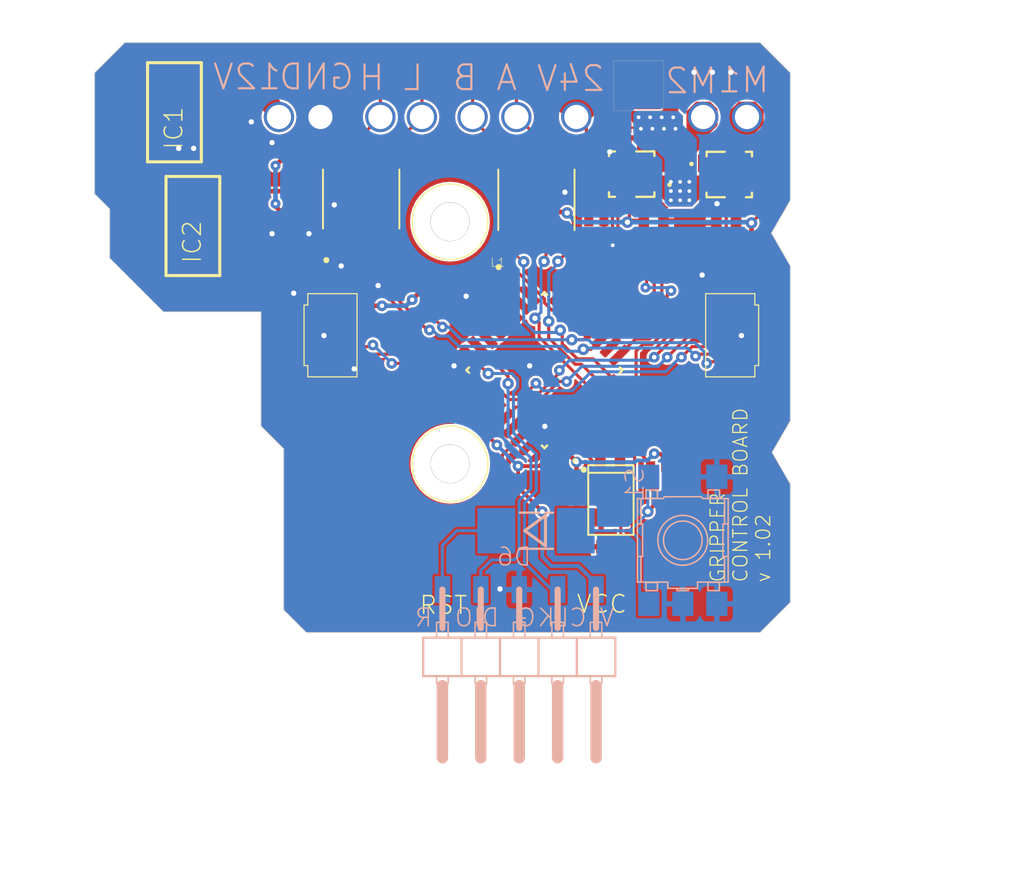
<source format=kicad_pcb>
(kicad_pcb (version 20211014) (generator pcbnew)
  (layers (0 "F.Cu" signal) (31 "B.Cu" signal) (34 "B.Paste" user) (35 "F.Paste" user) (36 "B.SilkS" user "B.Silkscreen") (37 "F.SilkS" user "F.Silkscreen") (38 "B.Mask" user) (39 "F.Mask" user) (44 "Edge.Cuts" user))
  (net 0 "")
  (net 1 "N$1")
  (net 2 "N$2")
  (net 3 "GND")
  (net 4 "VCC")
  (net 5 "RESET")
  (net 6 "SWCLK")
  (net 7 "SWDIO")
  (net 8 "N$25")
  (net 9 "N$4")
  (net 10 "CS1")
  (net 11 "CS2")
  (net 12 "CS3")
  (net 13 "CS4")
  (net 14 "N$3")
  (net 15 "CURR1")
  (net 16 "CURR2")
  (net 17 "5V")
  (net 18 "12V")
  (net 19 "CAN_TX")
  (net 20 "CAN_RX")
  (net 21 "POWERON")
  (net 22 "RS485_DE")
  (net 23 "RS485_TX")
  (net 24 "RS485_RX")
  (net 25 "SPI_MISO")
  (net 26 "SPI_MOSI")
  (net 27 "SPI_CLK")
  (net 28 "RS485_A")
  (net 29 "RS485_B")
  (net 30 "CAN_L")
  (net 31 "CAN_H")
  (net 32 "MOTOR_1")
  (net 33 "VOLTAGE")
  (net 34 "24V")
  (net 35 "N$9")
  (net 36 "N$10")
  (net 37 "N$11")
  (net 38 "N$12")
  (net 39 "N$13")
  (net 40 "MOTOR_2")
  (net 41 "MOTOR_POWER")
  (footprint "Gripper FeeTech:AMPHENOL_59453_8PIN" (layer "F.Cu") (at 168.6511 104.8536 -90)
    (fp_text reference "U$2" hide)
    (fp_text value "AMPHEOL_59453-081110EDHLF" hide)
  )
  (footprint "Gripper FeeTech:R0402" (layer "F.Cu") (at 162.7571 113.5354 180)
    (fp_text reference "R10" hide)
    (fp_text value "100 K")
  )
  (footprint "Gripper FeeTech:R0402" (layer "F.Cu") (at 160.7515 99.5008)
    (fp_text reference "R9" hide)
    (fp_text value "1k")
  )
  (footprint "Gripper FeeTech:C0402" (layer "F.Cu") (at 159.6631 118.839 180)
    (fp_text reference "C2" hide)
    (fp_text value "22pF")
  )
  (footprint "Gripper FeeTech:C0402" (layer "F.Cu") (at 157.3675 114.7696 -90)
    (fp_text reference "C5" hide)
    (fp_text value "100nF")
  )
  (footprint "Gripper FeeTech:DFN3.3X3.3" (layer "F.Cu") (at 159.8165 86.7084 -90)
    (fp_text reference "Q3" hide)
    (fp_text value "SQ7415AENDFN-3.3" hide)
  )
  (footprint "Gripper FeeTech:R0402" (layer "F.Cu") (at 148.9199 88.3086 180)
    (fp_text reference "R2" hide)
    (fp_text value "1k")
  )
  (footprint "Gripper FeeTech:R0402" (layer "F.Cu") (at 152.4601 114.2896 -90)
    (fp_text reference "R13" hide)
    (fp_text value "100 K")
  )
  (footprint "" (layer "F.Cu") (at 149.0011 97.3536)
    (fp_text reference "@HOLE1" hide)
    (fp_text value "")
  )
  (footprint "Gripper FeeTech:SOIC127P599X175-8N" (layer "F.Cu") (at 143.1287 95.8458 90)
    (fp_text reference "U4" hide)
    (fp_text value "TCAN332GD")
  )
  (footprint "Gripper FeeTech:R0402" (layer "F.Cu") (at 160.9977 110.716)
    (fp_text reference "R6" hide)
    (fp_text value "4k")
  )
  (footprint "" (layer "F.Cu") (at 149.0011 113.3536)
    (fp_text reference "@HOLE0" hide)
    (fp_text value "")
  )
  (footprint "Gripper FeeTech:SOIC127P600X175-8N" (layer "F.Cu") (at 154.7111 95.9032 90)
    (fp_text reference "U5" hide)
    (fp_text value "MAX485CSA")
  )
  (footprint "Gripper FeeTech:R0402" (layer "F.Cu") (at 139.1409 94.2522 180)
    (fp_text reference "R15" hide)
    (fp_text value "0")
  )
  (footprint "Gripper FeeTech:QFP80P900X900X160-32N" (layer "F.Cu") (at 155.2445 107.1554 135)
    (fp_text reference "U1" hide)
    (fp_text value "STM32G431KBT6")
  )
  (footprint "Gripper FeeTech:SOT23" (layer "F.Cu") (at 159.7999 101.7154 90)
    (fp_text reference "Q1" hide)
    (fp_text value "")
  )
  (footprint "Gripper FeeTech:C0402" (layer "F.Cu") (at 159.5869 113.3018)
    (fp_text reference "C1" hide)
    (fp_text value "22pF")
  )
  (footprint "Gripper FeeTech:SOT223" (layer "F.Cu") (at 132.0035 97.6304 90)
    (fp_text reference "IC2")
    (fp_text value "LT1117-3.3V")
  )
  (footprint "Gripper FeeTech:C0402" (layer "F.Cu") (at 135.9151 92.8044 90)
    (fp_text reference "C6" hide)
    (fp_text value "10uF")
  )
  (footprint "Gripper FeeTech:R0402" (layer "F.Cu") (at 158.6735 97.3002 180)
    (fp_text reference "R8" hide)
    (fp_text value "1k")
  )
  (footprint "Gripper FeeTech:C0402" (layer "F.Cu") (at 137.9919 87.0388)
    (fp_text reference "C9" hide)
    (fp_text value "10uF")
  )
  (footprint "Gripper FeeTech:0603" (layer "F.Cu") (at 151.6377 100.8054)
    (fp_text reference "L1")
    (fp_text value "10uH")
  )
  (footprint "Gripper FeeTech:C0402" (layer "F.Cu") (at 148.2375 101.1516 180)
    (fp_text reference "C4" hide)
    (fp_text value "100nF")
  )
  (footprint "Gripper FeeTech:AMPHENOL_59453_8PIN" (layer "F.Cu") (at 140.1011 104.8536 90)
    (fp_text reference "U$1" hide)
    (fp_text value "AMPHEOL_59453-081110EDHLF" hide)
  )
  (footprint "Gripper FeeTech:R0402" (layer "F.Cu") (at 145.7195 87.5212)
    (fp_text reference "R4" hide)
    (fp_text value "120R")
  )
  (footprint "Gripper FeeTech:ALLEGRO_ACS70331EESATR-005U3" (layer "F.Cu") (at 167.4619 94.2268)
    (fp_text reference "U2" hide)
    (fp_text value "ACS70331EESATR-005U3")
  )
  (footprint "Gripper FeeTech:R0402" (layer "F.Cu") (at 138.9631 95.7856 180)
    (fp_text reference "R12" hide)
    (fp_text value "0")
  )
  (footprint "Gripper FeeTech:R0402" (layer "F.Cu") (at 160.9281 103.8274)
    (fp_text reference "R7" hide)
    (fp_text value "1k")
  )
  (footprint "Gripper FeeTech:C0402" (layer "F.Cu") (at 128.0411 93.668 -90)
    (fp_text reference "C8" hide)
    (fp_text value "22uF")
  )
  (footprint "Gripper FeeTech:ALLEGRO_ACS70331EESATR-005U3" (layer "F.Cu") (at 161.0103 94.2014 180)
    (fp_text reference "U3" hide)
    (fp_text value "ACS70331EESATR-005U3")
  )
  (footprint "Gripper FeeTech:R0402" (layer "F.Cu") (at 149.4787 93.7188)
    (fp_text reference "R1" hide)
    (fp_text value "1k")
  )
  (footprint "Gripper FeeTech:C0402" (layer "F.Cu") (at 167.2587 97.4272 180)
    (fp_text reference "C11" hide)
    (fp_text value "100 nF")
  )
  (footprint "Gripper FeeTech:C0402" (layer "F.Cu") (at 143.5859 100.2654 180)
    (fp_text reference "C10" hide)
    (fp_text value "100 nF")
  )
  (footprint "Gripper FeeTech:C0402" (layer "F.Cu") (at 163.0889 114.6292)
    (fp_text reference "C22" hide)
    (fp_text value "100 nF")
  )
  (footprint "Gripper FeeTech:C0402" (layer "F.Cu") (at 137.4391 99.9926 90)
    (fp_text reference "C7" hide)
    (fp_text value "22uF")
  )
  (footprint "Gripper FeeTech:2.5X2-4-PAD" (layer "F.Cu") (at 159.6377 116.045 -90)
    (fp_text reference "X1" hide)
    (fp_text value "CRYSTALS-GND-LID-CFPX-181")
  )
  (footprint "Gripper FeeTech:C0402" (layer "F.Cu") (at 162.4581 97.3002)
    (fp_text reference "C12" hide)
    (fp_text value "100 nF")
  )
  (footprint "Gripper FeeTech:R0402" (layer "F.Cu") (at 139.1155 93.1092)
    (fp_text reference "R14" hide)
    (fp_text value "0")
  )
  (footprint "Gripper FeeTech:SOT223" (layer "F.Cu") (at 130.7843 90.112 90)
    (fp_text reference "IC1")
    (fp_text value "LT1117-5V")
  )
  (footprint "Gripper FeeTech:R0402" (layer "F.Cu") (at 139.0139 96.938)
    (fp_text reference "R11" hide)
    (fp_text value "0")
  )
  (footprint "Gripper FeeTech:C0402" (layer "F.Cu") (at 158.2449 99.5344 90)
    (fp_text reference "C3" hide)
    (fp_text value "1uF")
  )
  (footprint "Gripper FeeTech:R0402" (layer "F.Cu") (at 152.0441 88.0292 180)
    (fp_text reference "R3" hide)
    (fp_text value "120R")
  )
  (footprint "Gripper FeeTech:R0402" (layer "F.Cu") (at 160.1975 91.128 180)
    (fp_text reference "R5" hide)
    (fp_text value "47k")
  )
  (footprint "Gripper FeeTech:MELF-MLL41" (layer "B.Cu") (at 154.6857 117.7726)
    (fp_text reference "D6")
    (fp_text value "")
  )
  (footprint "Gripper FeeTech:SKHMPXE010" (layer "B.Cu") (at 164.3885 118.4076 -90)
    (fp_text reference "S1")
    (fp_text value "SKHMPSE010")
  )
  (footprint "Gripper FeeTech:1X05SMD_90" (layer "B.Cu") (at 149.7661 126.7482)
    (fp_text reference "JP1" hide)
    (fp_text value "")
  )
  (gr_circle (center 149.0011 97.3536) (end 151.5011 97.3536) (layer "F.SilkS") (width 0.1016) (fill none))
  (gr_circle (center 149.0011 113.3536) (end 151.5011 113.3536) (layer "F.SilkS") (width 0.1016) (fill none))
  (gr_line (start 171.5011 114.6896) (end 170.2921 112.5956) (layer "Edge.Cuts") (width 0.05))
  (gr_line (start 136.5011 103.3036) (end 136.5011 110.8536) (layer "Edge.Cuts") (width 0.05))
  (gr_circle (center 149.0011 113.3486) (end 150.2511 113.3486) (layer "Edge.Cuts") (width 0) (fill none))
  (gr_line (start 139.5011 124.5036) (end 169.5011 124.5036) (layer "Edge.Cuts") (width 0.05))
  (gr_line (start 170.2481 98.0986) (end 171.5011 95.9286) (layer "Edge.Cuts") (width 0.05))
  (gr_line (start 126.5011 96.5036) (end 125.5011 95.5036) (layer "Edge.Cuts") (width 0.05))
  (gr_line (start 171.5011 95.9286) (end 171.5011 87.5036) (layer "Edge.Cuts") (width 0.05))
  (gr_line (start 138.0011 112.3536) (end 138.0011 123.0036) (layer "Edge.Cuts") (width 0.05))
  (gr_line (start 138.0011 112.3486) (end 138.0011 112.3536) (layer "Edge.Cuts") (width 0.05))
  (gr_circle (center 149.0011 97.3486) (end 150.2511 97.3486) (layer "Edge.Cuts") (width 0) (fill none))
  (gr_line (start 169.5011 124.5036) (end 171.5011 122.5036) (layer "Edge.Cuts") (width 0.05))
  (gr_line (start 171.5011 100.2686) (end 170.2481 98.0986) (layer "Edge.Cuts") (width 0.05))
  (gr_line (start 125.5011 87.5036) (end 125.5011 95.5036) (layer "Edge.Cuts") (width 0.05))
  (gr_line (start 126.5011 99.7536) (end 130.0511 103.3036) (layer "Edge.Cuts") (width 0.05))
  (gr_line (start 169.5011 85.5036) (end 127.5011 85.5036) (layer "Edge.Cuts") (width 0.05))
  (gr_line (start 169.5011 85.5036) (end 171.5011 87.5036) (layer "Edge.Cuts") (width 0.05))
  (gr_line (start 170.2921 112.5956) (end 171.5011 110.5006) (layer "Edge.Cuts") (width 0.05))
  (gr_line (start 171.5011 110.5006) (end 171.5011 100.2686) (layer "Edge.Cuts") (width 0.05))
  (gr_line (start 130.0511 103.3036) (end 136.5011 103.3036) (layer "Edge.Cuts") (width 0.05))
  (gr_line (start 126.5011 99.7536) (end 126.5011 96.5036) (layer "Edge.Cuts") (width 0.05))
  (gr_line (start 171.5011 122.5036) (end 171.5011 114.6896) (layer "Edge.Cuts") (width 0.05))
  (gr_line (start 125.5011 87.5036) (end 127.5011 85.5036) (layer "Edge.Cuts") (width 0.05))
  (gr_line (start 138.0011 112.3536) (end 136.5011 110.8536) (layer "Edge.Cuts") (width 0.05))
  (gr_line (start 138.0011 123.0036) (end 139.5011 124.5036) (layer "Edge.Cuts") (width 0.05))
  (gr_text "CLK" (at 158.1147 124.1988) (layer "B.SilkS") (effects (font (size 1.1684 1.1684) (thickness 0.1016)) (justify left bottom mirror)))
  (gr_text "V" (at 159.9435 124.1988) (layer "B.SilkS") (effects (font (size 1.1684 1.1684) (thickness 0.1016)) (justify left bottom mirror)))
  (gr_text "24V" (at 159.3339 88.842) (layer "B.SilkS") (effects (font (size 1.63576 1.63576) (thickness 0.14224)) (justify left bottom mirror)))
  (gr_text "G" (at 154.7619 124.1988) (layer "B.SilkS") (effects (font (size 1.1684 1.1684) (thickness 0.1016)) (justify left bottom mirror)))
  (gr_text "R" (at 147.9039 124.1988) (layer "B.SilkS") (effects (font (size 1.1684 1.1684) (thickness 0.1016)) (justify left bottom mirror)))
  (gr_text "12V" (at 137.9311 88.7324) (layer "B.SilkS") (effects (font (size 1.63576 1.63576) (thickness 0.14224)) (justify left bottom mirror)))
  (gr_text "A B" (at 153.5427 88.7872) (layer "B.SilkS") (effects (font (size 1.63576 1.63576) (thickness 0.14224)) (justify left bottom mirror)))
  (gr_text "L H" (at 147.3371 88.7872) (layer "B.SilkS") (effects (font (size 1.63576 1.63576) (thickness 0.14224)) (justify left bottom mirror)))
  (gr_text "GND" (at 142.7651 88.7324) (layer "B.SilkS") (effects (font (size 1.63576 1.63576) (thickness 0.14224)) (justify left bottom mirror)))
  (gr_text "M1" (at 170.2115 88.9372) (layer "B.SilkS") (effects (font (size 1.63576 1.63576) (thickness 0.14224)) (justify left bottom mirror)))
  (gr_text "DIO" (at 152.3235 124.1988) (layer "B.SilkS") (effects (font (size 1.1684 1.1684) (thickness 0.1016)) (justify left bottom mirror)))
  (gr_text "M2" (at 166.7395 88.9944) (layer "B.SilkS") (effects (font (size 1.63576 1.63576) (thickness 0.14224)) (justify left bottom mirror)))
  (gr_text "GRIPPER \nCONTROL BOARD\nv 1.02" (at 170.2511 121.2536 90) (layer "F.SilkS") (effects (font (size 0.93472 0.93472) (thickness 0.08128)) (justify left bottom)))
  (gr_text "VCC" (at 157.3011 123.3036) (layer "F.SilkS") (effects (font (size 1.1684 1.1684) (thickness 0.1016)) (justify left bottom)))
  (gr_text "RST" (at 146.9171 123.3768) (layer "F.SilkS") (effects (font (size 1.1684 1.1684) (thickness 0.1016)) (justify left bottom)))
  (segment (start 160.5011 112.2036) (end 161.2011 112.9036) (width 0.2032) (layer "F.Cu") (net 1))
  (segment (start 160.5097 116.895) (end 161.2011 116.2036) (width 0.2032) (layer "F.Cu") (net 1))
  (segment (start 158.59564 112.2036) (end 160.5011 112.2036) (width 0.2032) (layer "F.Cu") (net 1))
  (segment (start 161.2011 112.9036) (end 161.2011 116.2036) (width 0.2032) (layer "F.Cu") (net 1))
  (segment (start 160.2877 116.895) (end 160.2877 118.8136) (width 0.2032) (layer "F.Cu") (net 1))
  (segment (start 157.351678 110.959638) (end 158.59564 112.2036) (width 0.2032) (layer "F.Cu") (net 1))
  (segment (start 160.2877 116.895) (end 160.5097 116.895) (width 0.2032) (layer "F.Cu") (net 1))
  (segment (start 160.2877 116.654213) (end 160.2877 116.895) (width 0.2032) (layer "F.Cu") (net 1))
  (segment (start 160.2877 118.8136) (end 160.3131 118.839) (width 0.2032) (layer "F.Cu") (net 1))
  (segment (start 158.9369 115.1442) (end 158.9877 115.195) (width 0.2032) (layer "F.Cu") (net 2))
  (segment (start 158.9369 113.3018) (end 158.9369 113.0018) (width 0.2032) (layer "F.Cu") (net 2))
  (segment (start 158.9369 113.3018) (end 158.9369 115.1442) (width 0.2032) (layer "F.Cu") (net 2))
  (segment (start 158.562468 113.3018) (end 158.9369 113.3018) (width 0.2032) (layer "F.Cu") (net 2))
  (segment (start 156.78599 111.525322) (end 158.562468 113.3018) (width 0.2032) (layer "F.Cu") (net 2))
  (segment (start 158.9877 116.654213) (end 160.2877 115.354213) (width 0.2032) (layer "F.Cu") (net 3))
  (segment (start 139.1011 104.6036) (end 140.3967 104.6036) (width 0.254) (layer "F.Cu") (net 3))
  (segment (start 142.4937 98.3158) (end 142.4937 99.6874) (width 0.2032) (layer "F.Cu") (net 3))
  (segment (start 160.2877 115.195) (end 160.2877 115.354213) (width 0.2032) (layer "F.Cu") (net 3))
  (segment (start 159.370912 102.8036) (end 159.8459 102.328613) (width 0.2032) (layer "F.Cu") (net 3))
  (segment (start 140.3967 104.6036) (end 140.6667 104.8736) (width 0.254) (layer "F.Cu") (net 3))
  (segment (start 159.8459 100.060188) (end 160.2515 99.654588) (width 0.2032) (layer "F.Cu") (net 3))
  (segment (start 159.8459 102.328613) (end 159.8459 100.060188) (width 0.2032) (layer "F.Cu") (net 3))
  (segment (start 159.7557 99.005) (end 159.7557 98.9036) (width 0.2032) (layer "F.Cu") (net 3))
  (segment (start 142.9359 100.1296) (end 142.9359 100.2654) (width 0.2032) (layer "F.Cu") (net 3))
  (segment (start 142.4937 99.6874) (end 142.9359 100.1296) (width 0.2032) (layer "F.Cu") (net 3))
  (segment (start 157.899243 102.8036) (end 159.370912 102.8036) (width 0.2032) (layer "F.Cu") (net 3))
  (segment (start 158.9877 116.654213) (end 158.9877 116.895) (width 0.2032) (layer "F.Cu") (net 3))
  (segment (start 160.2515 99.5008) (end 159.7557 99.005) (width 0.2032) (layer "F.Cu") (net 3))
  (segment (start 168.2667 104.8736) (end 168.5367 104.6036) (width 0.254) (layer "F.Cu") (net 3))
  (segment (start 168.5367 104.6036) (end 169.6511 104.6036) (width 0.254) (layer "F.Cu") (net 3))
  (segment (start 168.4967 105.1036) (end 169.6511 105.1036) (width 0.254) (layer "F.Cu") (net 3))
  (segment (start 157.351678 103.351166) (end 157.899243 102.8036) (width 0.2032) (layer "F.Cu") (net 3))
  (segment (start 141.8079 100.272) (end 142.3925 99.6874) (width 0.2032) (layer "F.Cu") (net 3))
  (segment (start 142.3925 99.6874) (end 142.4937 99.6874) (width 0.2032) (layer "F.Cu") (net 3))
  (segment (start 160.2515 99.654588) (end 160.2515 99.5008) (width 0.2032) (layer "F.Cu") (net 3))
  (segment (start 140.4367 105.1036) (end 140.6667 104.8736) (width 0.254) (layer "F.Cu") (net 3))
  (segment (start 168.2667 104.8736) (end 168.4967 105.1036) (width 0.254) (layer "F.Cu") (net 3))
  (segment (start 139.1011 105.1036) (end 140.4367 105.1036) (width 0.254) (layer "F.Cu") (net 3))
  (via (at 149.2667 106.8736) (size 0.7564) (drill 0.35) (layers "F.Cu" "B.Cu") (net 3))
  (via (at 150.0667 102.2736) (size 0.7564) (drill 0.35) (layers "F.Cu" "B.Cu") (net 3))
  (via (at 159.7557 98.9036) (size 0.6564) (drill 0.25) (layers "F.Cu" "B.Cu") (net 3))
  (via (at 165.1251 87.4704) (size 0.7564) (drill 0.35) (layers "F.Cu" "B.Cu") (net 3))
  (via (at 131.0637 92.4996) (size 0.7564) (drill 0.35) (layers "F.Cu" "B.Cu") (net 3))
  (via (at 135.8643 90.747) (size 0.7564) (drill 0.35) (layers "F.Cu" "B.Cu") (net 3))
  (via (at 166.6491 96.1572) (size 0.7564) (drill 0.35) (layers "F.Cu" "B.Cu") (net 3))
  (via (at 139.6743 98.1384) (size 0.7564) (drill 0.35) (layers "F.Cu" "B.Cu") (net 3))
  (via (at 166.3443 87.4704) (size 0.7564) (drill 0.35) (layers "F.Cu" "B.Cu") (net 3))
  (via (at 138.6667 102.0736) (size 0.7564) (drill 0.35) (layers "F.Cu" "B.Cu") (net 3))
  (via (at 142.6667 107.0736) (size 0.7564) (drill 0.35) (layers "F.Cu" "B.Cu") (net 3))
  (via (at 137.2359 92.1186) (size 0.7564) (drill 0.35) (layers "F.Cu" "B.Cu") (net 3))
  (via (at 155.2667 110.8736) (size 0.7564) (drill 0.35) (layers "F.Cu" "B.Cu") (net 3))
  (via (at 141.8079 100.272) (size 0.7564) (drill 0.35) (layers "F.Cu" "B.Cu") (net 3))
  (via (at 140.6667 104.8736) (size 0.7564) (drill 0.35) (layers "F.Cu" "B.Cu") (net 3))
  (via (at 168.2667 104.8736) (size 0.7564) (drill 0.35) (layers "F.Cu" "B.Cu") (net 3))
  (via (at 144.2463 101.5674) (size 0.7564) (drill 0.35) (layers "F.Cu" "B.Cu") (net 3))
  (via (at 140.4363 90.4228) (size 2.0064) (drill 1.6) (layers "F.Cu" "B.Cu") (net 3))
  (via (at 156.5907 95.3952) (size 0.7564) (drill 0.35) (layers "F.Cu" "B.Cu") (net 3))
  (via (at 165.6667 100.8736) (size 0.7564) (drill 0.35) (layers "F.Cu" "B.Cu") (net 3))
  (via (at 132.0543 92.4996) (size 0.7564) (drill 0.35) (layers "F.Cu" "B.Cu") (net 3))
  (via (at 159.5625 92.7282) (size 0.7564) (drill 0.35) (layers "F.Cu" "B.Cu") (net 3))
  (via (at 152.3027 121.6232) (size 0.7564) (drill 0.35) (layers "F.Cu" "B.Cu") (net 3))
  (via (at 154.2667 106.8736) (size 0.7564) (drill 0.35) (layers "F.Cu" "B.Cu") (net 3))
  (via (at 167.5635 87.4704) (size 0.7564) (drill 0.35) (layers "F.Cu" "B.Cu") (net 3))
  (via (at 137.2359 98.1384) (size 0.7564) (drill 0.35) (layers "F.Cu" "B.Cu") (net 3))
  (via (at 141.3507 96.2334) (size 0.7564) (drill 0.35) (layers "F.Cu" "B.Cu") (net 3))
  (segment (start 138.073337 96.938) (end 137.4645 96.329163) (width 0.3048) (layer "F.Cu") (net 4))
  (segment (start 157.3675 114.1196) (end 157.424506 114.129794) (width 0.3048) (layer "F.Cu") (net 4))
  (segment (start 154.26869 102.217191) (end 154.26869 102.219797) (width 0.2032) (layer "F.Cu") (net 4))
  (segment (start 136.3781 101.7036) (end 136.7011 101.7036) (width 0.3048) (layer "F.Cu") (net 4))
  (segment (start 128.8535 97.6304) (end 128.8535 99.7382) (width 0.6096) (layer "F.Cu") (net 4))
  (segment (start 128.8535 99.7382) (end 130.1493 101.034) (width 0.6096) (layer "F.Cu") (net 4))
  (segment (start 154.9011 113.5036) (end 156.220306 112.184394) (width 0.254) (layer "F.Cu") (net 4))
  (segment (start 149.493081 110.4402) (end 150.4377 110.4402) (width 0.254) (layer "F.Cu") (net 4))
  (segment (start 137.4391 100.6426) (end 138.1399 100.6426) (width 0.3048) (layer "F.Cu") (net 4))
  (segment (start 130.1493 101.034) (end 133.1315 101.034) (width 0.6096) (layer "F.Cu") (net 4))
  (segment (start 139.1011 107.5036) (end 139.7011 108.1036) (width 0.254) (layer "F.Cu") (net 4))
  (segment (start 169.9003 96.4569) (end 169.9003 92.8552) (width 0.2032) (layer "F.Cu") (net 4))
  (segment (start 138.6155 93.1092) (end 137.9979 93.1092) (width 0.3048) (layer "F.Cu") (net 4))
  (segment (start 133.1315 101.034) (end 133.8011 101.7036) (width 0.6096) (layer "F.Cu") (net 4))
  (segment (start 168.93 99.3325) (end 169.6511 100.0536) (width 0.3048) (layer "F.Cu") (net 4))
  (segment (start 153.5011 114.9036) (end 153.5011 113.5036) (width 0.254) (layer "F.Cu") (net 4))
  (segment (start 137.9219 106.6036) (end 139.1011 106.6036) (width 0.3048) (layer "F.Cu") (net 4))
  (segment (start 137.4645 93.6426) (end 137.262512 93.6426) (width 0.2032) (layer "F.Cu") (net 4))
  (segment (start 163.2571 113.0596) (end 163.2571 113.5354) (width 0.254) (layer "F.Cu") (net 4))
  (segment (start 160.8603 97.2442) (end 160.7281 97.3764) (width 0.2032) (layer "F.Cu") (net 4))
  (segment (start 138.1503 100.653) (end 138.5694 100.2339) (width 0.3048) (layer "F.Cu") (net 4))
  (segment (start 150.7877 100.8054) (end 151.745459 101.76316) (width 0.254) (layer "F.Cu") (net 4))
  (segment (start 168.93 97.4272) (end 169.9003 96.4569) (width 0.2032) (layer "F.Cu") (net 4))
  (segment (start 137.9219 106.6036) (end 137.6695 106.3512) (width 0.3048) (layer "F.Cu") (net 4))
  (segment (start 141.1863 101.7888) (end 141.22735 101.7888) (width 0.3048) (layer "F.Cu") (net 4))
  (segment (start 133.8011 101.7036) (end 136.1011 101.7036) (width 0.6096) (layer "F.Cu") (net 4))
  (segment (start 153.812053 101.76316) (end 154.26869 102.219797) (width 0.254) (layer "F.Cu") (net 4))
  (segment (start 138.6009 101.1036) (end 140.5011 101.1036) (width 0.3048) (layer "F.Cu") (net 4))
  (segment (start 146.5011 102.5036) (end 146.9011 102.1036) (width 0.3048) (layer "F.Cu") (net 4))
  (segment (start 153.5011 113.5036) (end 154.9011 113.5036) (width 0.254) (layer "F.Cu") (net 4))
  (segment (start 156.220306 112.184394) (end 156.220306 112.091007) (width 0.254) (layer "F.Cu") (net 4))
  (segment (start 138.1503 100.653) (end 138.6009 101.1036) (width 0.3048) (layer "F.Cu") (net 4))
  (segment (start 138.1399 100.6426) (end 138.1503 100.653) (width 0.3048) (layer "F.Cu") (net 4))
  (segment (start 162.5011 112.6798) (end 162.5249 112.7036) (width 0.254) (layer "F.Cu") (net 4))
  (segment (start 167.9087 97.4272) (end 168.93 97.4272) (width 0.2032) (layer "F.Cu") (net 4))
  (segment (start 151.9011 99.692) (end 151.9011 98.9036) (width 0.3048) (layer "F.Cu") (net 4))
  (segment (start 150.6953 100.8978) (end 150.7877 100.8054) (width 0.254) (layer "F.Cu") (net 4))
  (segment (start 167.6119 92.2988) (end 167.6119 92.7768) (width 0.2032) (layer "F.Cu") (net 4))
  (segment (start 138.5139 96.938) (end 138.073337 96.938) (width 0.3048) (layer "F.Cu") (net 4))
  (segment (start 161.8081 97.3002) (end 160.8043 97.3002) (width 0.3048) (layer "F.Cu") (net 4))
  (segment (start 157.3675 113.2382) (end 157.3675 114.1196) (width 0.3048) (layer "F.Cu") (net 4))
  (segment (start 136.1011 101.7036) (end 136.3781 101.7036) (width 0.3048) (layer "F.Cu") (net 4))
  (segment (start 148.9011 101.1652) (end 148.8875 101.1516) (width 0.254) (layer "F.Cu") (net 4))
  (segment (start 152.2063 97.1984) (end 152.7011 96.7036) (width 0.3048) (layer "F.Cu") (net 4))
  (segment (start 141.22735 101.7888) (end 141.34215 101.9036) (width 0.3048) (layer "F.Cu") (net 4))
  (segment (start 162.9011 112.7036) (end 163.2571 113.0596) (width 0.254) (layer "F.Cu") (net 4))
  (segment (start 168.93 97.4272) (end 168.93 99.3325) (width 0.3048) (layer "F.Cu") (net 4))
  (segment (start 137.4645 96.329163) (end 137.4645 96.1572) (width 0.3048) (layer "F.Cu") (net 4))
  (segment (start 169.0875 92.0424) (end 167.8683 92.0424) (width 0.2032) (layer "F.Cu") (net 4))
  (segment (start 151.9011 98.9036) (end 152.2063 98.5984) (width 0.3048) (layer "F.Cu") (net 4))
  (segment (start 169.9003 92.8552) (end 169.0875 92.0424) (width 0.2032) (layer "F.Cu") (net 4))
  (segment (start 139.7011 108.1036) (end 147.156481 108.1036) (width 0.254) (layer "F.Cu") (net 4))
  (segment (start 151.745459 101.76316) (end 153.812053 101.76316) (width 0.254) (layer "F.Cu") (net 4))
  (segment (start 138.5694 96.9935) (end 138.5139 96.938) (width 0.3048) (layer "F.Cu") (net 4))
  (segment (start 167.8683 92.0424) (end 167.6119 92.2988) (width 0.2032) (layer "F.Cu") (net 4))
  (segment (start 156.6799 96.7036) (end 156.7431 96.7668) (width 0.3048) (layer "F.Cu") (net 4))
  (segment (start 150.4415 101.1516) (end 150.6953 100.8978) (width 0.254) (layer "F.Cu") (net 4))
  (segment (start 150.7877 100.8054) (end 151.9011 99.692) (width 0.3048) (layer "F.Cu") (net 4))
  (segment (start 169.6511 100.0536) (end 169.6511 103.1036) (width 0.3048) (layer "F.Cu") (net 4))
  (segment (start 162.5249 112.7036) (end 162.9011 112.7036) (width 0.254) (layer "F.Cu") (net 4))
  (segment (start 149.1413 100.8978) (end 150.6953 100.8978) (width 0.3048) (layer "F.Cu") (net 4))
  (segment (start 148.8875 101.1516) (end 149.1413 100.8978) (width 0.3048) (layer "F.Cu") (net 4))
  (segment (start 156.220306 112.091007) (end 157.3675 113.2382) (width 0.3048) (layer "F.Cu") (net 4))
  (segment (start 136.3781 101.7036) (end 137.4391 100.6426) (width 0.3048) (layer "F.Cu") (net 4))
  (segment (start 148.9011 101.7036) (end 148.9011 101.1652) (width 0.3048) (layer "F.Cu") (net 4))
  (segment (start 147.156481 108.1036) (end 149.493081 110.4402) (width 0.254) (layer "F.Cu") (net 4))
  (segment (start 137.6695 102.672) (end 137.6695 106.3512) (width 0.3048) (layer "F.Cu") (net 4))
  (segment (start 155.1011 116.5036) (end 153.5011 114.9036) (width 0.254) (layer "F.Cu") (net 4))
  (segment (start 141.34215 101.9036) (end 142.7011 101.9036) (width 0.3048) (layer "F.Cu") (net 4))
  (segment (start 160.8603 95.6514) (end 160.8603 97.2442) (width 0.2032) (layer "F.Cu") (net 4))
  (segment (start 152.7011 96.7036) (end 156.6799 96.7036) (width 0.3048) (layer "F.Cu") (net 4))
  (segment (start 150.4377 110.4402) (end 152.1011 112.1036) (width 0.254) (layer "F.Cu") (net 4))
  (segment (start 152.2063 98.5984) (end 152.2063 97.1984) (width 0.3048) (layer "F.Cu") (net 4))
  (segment (start 140.5011 101.1036) (end 141.1863 101.7888) (width 0.3048) (layer "F.Cu") (net 4))
  (segment (start 148.5011 102.1036) (end 148.9011 101.7036) (width 0.3048) (layer "F.Cu") (net 4))
  (segment (start 137.4645 93.6426) (end 137.9979 93.1092) (width 0.3048) (layer "F.Cu") (net 4))
  (segment (start 142.7011 101.9036) (end 143.7011 102.9036) (width 0.3048) (layer "F.Cu") (net 4))
  (segment (start 146.9011 102.1036) (end 148.5011 102.1036) (width 0.3048) (layer "F.Cu") (net 4))
  (segment (start 139.1011 106.6036) (end 139.1011 107.5036) (width 0.254) (layer "F.Cu") (net 4))
  (segment (start 160.8043 97.3002) (end 160.7281 97.3764) (width 0.3048) (layer "F.Cu") (net 4))
  (segment (start 136.7011 101.7036) (end 137.6695 102.672) (width 0.3048) (layer "F.Cu") (net 4))
  (segment (start 143.7011 102.9036) (end 144.5011 102.9036) (width 0.3048) (layer "F.Cu") (net 4))
  (segment (start 138.5694 100.2339) (end 138.5694 96.9935) (width 0.3048) (layer "F.Cu") (net 4))
  (via (at 157.3675 113.2382) (size 0.7064) (drill 0.3) (layers "F.Cu" "B.Cu") (net 4))
  (via (at 153.5011 113.5036) (size 0.7064) (drill 0.3) (layers "F.Cu" "B.Cu") (net 4))
  (via (at 155.1011 116.5036) (size 0.7064) (drill 0.3) (layers "F.Cu" "B.Cu") (net 4))
  (via (at 160.7281 97.3764) (size 0.7564) (drill 0.35) (layers "F.Cu" "B.Cu") (net 4))
  (via (at 156.7431 96.7668) (size 0.7564) (drill 0.35) (layers "F.Cu" "B.Cu") (net 4))
  (via (at 146.5011 102.5036) (size 0.7064) (drill 0.3) (layers "F.Cu" "B.Cu") (net 4))
  (via (at 137.4645 96.1572) (size 0.6564) (drill 0.25) (layers "F.Cu" "B.Cu") (net 4))
  (via (at 168.93 97.4272) (size 0.7564) (drill 0.35) (layers "F.Cu" "B.Cu") (net 4))
  (via (at 162.5011 112.6798) (size 0.7064) (drill 0.3) (layers "F.Cu" "B.Cu") (net 4))
  (via (at 144.5011 102.9036) (size 0.7064) (drill 0.3) (layers "F.Cu" "B.Cu") (net 4))
  (via (at 137.4645 93.6426) (size 0.6564) (drill 0.25) (layers "F.Cu" "B.Cu") (net 4))
  (via (at 152.1011 112.1036) (size 0.7064) (drill 0.3) (layers "F.Cu" "B.Cu") (net 4))
  (segment (start 162.0527 113.1282) (end 162.5011 112.6798) (width 0.254) (layer "B.Cu") (net 4))
  (segment (start 158.6561 121.6682) (end 158.6561 121.2586) (width 0.254) (layer "B.Cu") (net 4))
  (segment (start 152.1011 112.1036) (end 153.5011 113.5036) (width 0.254) (layer "B.Cu") (net 4))
  (segment (start 156.7431 96.7668) (end 157.3527 97.3764) (width 0.3048) (layer "B.Cu") (net 4))
  (segment (start 161.212768 113.2382) (end 161.322768 113.1282) (width 0.254) (layer "B.Cu") (net 4))
  (segment (start 137.4645 96.1572) (end 137.4645 93.6426) (width 0.3048) (layer "B.Cu") (net 4))
  (segment (start 157.3527 97.3764) (end 160.7281 97.3764) (width 0.3048) (layer "B.Cu") (net 4))
  (segment (start 158.6561 121.2586) (end 157.5011 120.1036) (width 0.254) (layer "B.Cu") (net 4))
  (segment (start 155.7011 120.1036) (end 155.1011 119.5036) (width 0.254) (layer "B.Cu") (net 4))
  (segment (start 158.6561 121.6682) (end 158.9687 121.3556) (width 0.3048) (layer "B.Cu") (net 4))
  (segment (start 160.7281 97.3764) (end 168.8792 97.3764) (width 0.3048) (layer "B.Cu") (net 4))
  (segment (start 144.5011 102.9036) (end 146.1011 102.9036) (width 0.3048) (layer "B.Cu") (net 4))
  (segment (start 155.1011 119.5036) (end 155.1011 116.5036) (width 0.254) (layer "B.Cu") (net 4))
  (segment (start 161.322768 113.1282) (end 162.0527 113.1282) (width 0.254) (layer "B.Cu") (net 4))
  (segment (start 146.1011 102.9036) (end 146.5011 102.5036) (width 0.3048) (layer "B.Cu") (net 4))
  (segment (start 157.3675 113.2382) (end 161.212768 113.2382) (width 0.254) (layer "B.Cu") (net 4))
  (segment (start 157.5011 120.1036) (end 155.7011 120.1036) (width 0.254) (layer "B.Cu") (net 4))
  (segment (start 168.8792 97.3764) (end 168.93 97.4272) (width 0.3048) (layer "B.Cu") (net 4))
  (segment (start 149.4533 117.7726) (end 152.0607 117.7726) (width 0.2032) (layer "B.Cu") (net 5))
  (segment (start 148.4961 118.7298) (end 149.4533 117.7726) (width 0.2032) (layer "B.Cu") (net 5))
  (segment (start 148.4961 121.6682) (end 148.4961 118.7298) (width 0.2032) (layer "B.Cu") (net 5))
  (segment (start 150.308893 106.179594) (end 150.406643 106.081844) (width 0.2032) (layer "F.Cu") (net 6))
  (segment (start 151.526218 107.380319) (end 151.509618 107.380319) (width 0.2032) (layer "F.Cu") (net 6))
  (segment (start 151.509618 107.380319) (end 150.308893 106.179594) (width 0.2032) (layer "F.Cu") (net 6))
  (segment (start 150.406643 106.081844) (end 150.5678 106.243) (width 0.2032) (layer "F.Cu") (net 6))
  (segment (start 150.308893 106.179594) (end 150.308893 106.09115) (width 0.2032) (layer "F.Cu") (net 6))
  (via (at 151.526218 107.380319) (size 0.7564) (drill 0.35) (layers "F.Cu" "B.Cu") (net 6))
  (segment (start 155.7097 121.6682) (end 156.1161 121.6682) (width 0.2032) (layer "B.Cu") (net 6))
  (segment (start 154.1882 112.3036) (end 154.3011 112.3036) (width 0.2032) (layer "B.Cu") (net 6))
  (segment (start 154.3011 112.3036) (end 154.7011 112.7036) (width 0.2032) (layer "B.Cu") (net 6))
  (segment (start 153.4727 108.306269) (end 153.4727 107.7441) (width 0.2032) (layer "B.Cu") (net 6))
  (segment (start 153.4727 107.7441) (end 153.108918 107.380319) (width 0.2032) (layer "B.Cu") (net 6))
  (segment (start 153.1961 111.3115) (end 154.1882 112.3036) (width 0.2032) (layer "B.Cu") (net 6))
  (segment (start 153.9203 115.934769) (end 153.9203 119.8788) (width 0.2032) (layer "B.Cu") (net 6))
  (segment (start 153.1961 108.582869) (end 153.1961 111.3115) (width 0.2032) (layer "B.Cu") (net 6))
  (segment (start 154.7011 112.7036) (end 154.7011 115.153969) (width 0.2032) (layer "B.Cu") (net 6))
  (segment (start 154.7011 115.153969) (end 153.9203 115.934769) (width 0.2032) (layer "B.Cu") (net 6))
  (segment (start 153.1961 108.582869) (end 153.4727 108.306269) (width 0.2032) (layer "B.Cu") (net 6))
  (segment (start 153.9203 119.8788) (end 155.7097 121.6682) (width 0.2032) (layer "B.Cu") (net 6))
  (segment (start 153.108918 107.380319) (end 151.526218 107.380319) (width 0.2032) (layer "B.Cu") (net 6))
  (segment (start 150.9519 105.61391) (end 151.066865 105.61391) (width 0.2032) (layer "F.Cu") (net 7))
  (segment (start 150.874578 105.61391) (end 152.8405 107.579832) (width 0.2032) (layer "F.Cu") (net 7))
  (segment (start 150.874578 105.61391) (end 150.9519 105.61391) (width 0.2032) (layer "F.Cu") (net 7))
  (segment (start 150.9519 105.6714) (end 150.9519 105.61391) (width 0.2032) (layer "F.Cu") (net 7))
  (segment (start 152.8405 107.579832) (end 152.8405 108.0444) (width 0.2032) (layer "F.Cu") (net 7))
  (via (at 152.8405 108.0444) (size 0.7564) (drill 0.35) (layers "F.Cu" "B.Cu") (net 7))
  (segment (start 153.239512 119.703) (end 151.739512 119.703) (width 0.2032) (layer "B.Cu") (net 7))
  (segment (start 153.5647 115.787469) (end 153.5647 119.377813) (width 0.2032) (layer "B.Cu") (net 7))
  (segment (start 152.8405 108.0444) (end 152.8405 111.4588) (width 0.2032) (layer "B.Cu") (net 7))
  (segment (start 154.3455 112.9638) (end 154.3455 115.006669) (width 0.2032) (layer "B.Cu") (net 7))
  (segment (start 151.0361 120.406413) (end 151.739512 119.703) (width 0.2032) (layer "B.Cu") (net 7))
  (segment (start 154.3455 115.006669) (end 153.5647 115.787469) (width 0.2032) (layer "B.Cu") (net 7))
  (segment (start 152.8405 111.4588) (end 154.3455 112.9638) (width 0.2032) (layer "B.Cu") (net 7))
  (segment (start 151.0361 121.6682) (end 151.0361 120.406413) (width 0.2032) (layer "B.Cu") (net 7))
  (segment (start 153.5647 119.377813) (end 153.239512 119.703) (width 0.2032) (layer "B.Cu") (net 7))
  (segment (start 153.703006 111.525322) (end 152.4601 112.768229) (width 0.2032) (layer "F.Cu") (net 8))
  (segment (start 152.4601 112.768229) (end 152.4601 113.7896) (width 0.2032) (layer "F.Cu") (net 8))
  (segment (start 162.2571 113.5354) (end 162.2571 114.4474) (width 0.2032) (layer "F.Cu") (net 9))
  (segment (start 157.917362 110.39395) (end 159.227012 111.7036) (width 0.2032) (layer "F.Cu") (net 9))
  (segment (start 162.2571 113.3567) (end 160.604 111.7036) (width 0.2032) (layer "F.Cu") (net 9))
  (segment (start 162.4389 114.6292) (end 162.4389 116.1418) (width 0.254) (layer "F.Cu") (net 9))
  (segment (start 162.2571 114.4474) (end 162.4389 114.6292) (width 0.2032) (layer "F.Cu") (net 9))
  (segment (start 159.227012 111.7036) (end 160.604 111.7036) (width 0.2032) (layer "F.Cu") (net 9))
  (segment (start 162.2571 113.3567) (end 162.2571 113.5354) (width 0.2032) (layer "F.Cu") (net 9))
  (segment (start 162.4389 116.1418) (end 162.0771 116.5036) (width 0.254) (layer "F.Cu") (net 9))
  (via (at 162.0771 116.5036) (size 0.7564) (drill 0.35) (layers "F.Cu" "B.Cu") (net 9))
  (segment (start 160.9087 117.7726) (end 161.5289 118.3928) (width 0.2032) (layer "B.Cu") (net 9))
  (segment (start 157.3107 117.7726) (end 160.9087 117.7726) (width 0.2032) (layer "B.Cu") (net 9))
  (segment (start 161.5289 121.998) (end 162.1385 122.6076) (width 0.2032) (layer "B.Cu") (net 9))
  (segment (start 161.5289 118.3928) (end 161.5289 121.998) (width 0.2032) (layer "B.Cu") (net 9))
  (segment (start 162.0771 114.269) (end 162.1385 114.2076) (width 0.2032) (layer "B.Cu") (net 9))
  (segment (start 162.1385 114.2076) (end 162.1385 113.7924) (width 0.2032) (layer "B.Cu") (net 9))
  (segment (start 162.0771 116.5036) (end 162.0771 114.269) (width 0.2032) (layer "B.Cu") (net 9))
  (segment (start 160.9087 117.7726) (end 162.0771 116.6042) (width 0.2032) (layer "B.Cu") (net 9))
  (segment (start 162.0771 116.6042) (end 162.0771 116.5036) (width 0.2032) (layer "B.Cu") (net 9))
  (segment (start 146.1982 106.1036) (end 139.1011 106.1036) (width 0.2032) (layer "F.Cu") (net 10))
  (segment (start 150.999243 109.7036) (end 149.7982 109.7036) (width 0.2032) (layer "F.Cu") (net 10))
  (segment (start 149.7982 109.7036) (end 146.1982 106.1036) (width 0.2032) (layer "F.Cu") (net 10))
  (segment (start 151.440262 109.262582) (end 150.999243 109.7036) (width 0.2032) (layer "F.Cu") (net 10))
  (segment (start 143.7939 105.6036) (end 139.1011 105.6036) (width 0.2032) (layer "F.Cu") (net 11))
  (segment (start 152.00595 109.828266) (end 151.915859 109.918357) (width 0.2032) (layer "F.Cu") (net 11))
  (segment (start 152.00595 109.928266) (end 152.00595 109.828266) (width 0.2032) (layer "F.Cu") (net 11))
  (segment (start 150.9011 110.3036) (end 151.530615 110.3036) (width 0.2032) (layer "F.Cu") (net 11))
  (segment (start 146.3025 106.7108) (end 149.6509 110.0592) (width 0.2032) (layer "F.Cu") (net 11))
  (segment (start 143.9011 105.4964) (end 143.7939 105.6036) (width 0.2032) (layer "F.Cu") (net 11))
  (segment (start 149.6509 110.0592) (end 150.6567 110.0592) (width 0.2032) (layer "F.Cu") (net 11))
  (segment (start 145.146687 106.7108) (end 146.3025 106.7108) (width 0.2032) (layer "F.Cu") (net 11))
  (segment (start 150.6567 110.0592) (end 150.9011 110.3036) (width 0.2032) (layer "F.Cu") (net 11))
  (segment (start 151.530615 110.3036) (end 151.915859 109.918357) (width 0.2032) (layer "F.Cu") (net 11))
  (segment (start 151.651415 110.2828) (end 152.00595 109.928266) (width 0.2032) (layer "F.Cu") (net 11))
  (via (at 143.9011 105.4964) (size 0.7064) (drill 0.3) (layers "F.Cu" "B.Cu") (net 11))
  (via (at 145.146687 106.7108) (size 0.7064) (drill 0.3) (layers "F.Cu" "B.Cu") (net 11))
  (segment (start 143.932287 105.4964) (end 143.9011 105.4964) (width 0.2032) (layer "B.Cu") (net 11))
  (segment (start 145.146687 106.7108) (end 143.932287 105.4964) (width 0.2032) (layer "B.Cu") (net 11))
  (segment (start 169.6511 103.6036) (end 165.2011 103.6036) (width 0.2032) (layer "F.Cu") (net 12))
  (segment (start 153.971634 109.59395) (end 153.371634 109.59395) (width 0.2032) (layer "F.Cu") (net 12))
  (segment (start 152.1005 110.865085) (end 152.571634 110.39395) (width 0.2032) (layer "F.Cu") (net 12))
  (segment (start 156.231943 107.172757) (end 156.231943 107.333641) (width 0.2032) (layer "F.Cu") (net 12))
  (segment (start 156.231943 107.333641) (end 153.971634 109.59395) (width 0.2032) (layer "F.Cu") (net 12))
  (segment (start 165.2011 103.6036) (end 162.5011 106.3036) (width 0.2032) (layer "F.Cu") (net 12))
  (segment (start 153.371634 109.59395) (end 152.571634 110.39395) (width 0.2032) (layer "F.Cu") (net 12))
  (via (at 162.5011 106.3036) (size 0.7064) (drill 0.3) (layers "F.Cu" "B.Cu") (net 12))
  (via (at 156.231943 107.172757) (size 0.7064) (drill 0.3) (layers "F.Cu" "B.Cu") (net 12))
  (segment (start 156.9011 106.5036) (end 156.231943 107.172757) (width 0.2032) (layer "B.Cu") (net 12))
  (segment (start 162.3011 106.5036) (end 156.9011 106.5036) (width 0.2032) (layer "B.Cu") (net 12))
  (segment (start 162.5011 106.3036) (end 162.3011 106.5036) (width 0.2032) (layer "B.Cu") (net 12))
  (segment (start 165.559812 104.1036) (end 169.6511 104.1036) (width 0.2032) (layer "F.Cu") (net 13))
  (segment (start 156.18609 107.910866) (end 156.708365 107.910866) (width 0.2032) (layer "F.Cu") (net 13))
  (segment (start 163.3599 106.303513) (end 165.559812 104.1036) (width 0.2032) (layer "F.Cu") (net 13))
  (segment (start 153.137318 110.959638) (end 156.18609 107.910866) (width 0.2032) (layer "F.Cu") (net 13))
  (via (at 156.708365 107.910866) (size 0.7064) (drill 0.3) (layers "F.Cu" "B.Cu") (net 13))
  (via (at 163.3599 106.303513) (size 0.7064) (drill 0.3) (layers "F.Cu" "B.Cu") (net 13))
  (segment (start 162.242387 106.9036) (end 162.249587 106.9108) (width 0.2032) (layer "B.Cu") (net 13))
  (segment (start 156.708365 107.910866) (end 157.715631 106.9036) (width 0.2032) (layer "B.Cu") (net 13))
  (segment (start 157.715631 106.9036) (end 162.242387 106.9036) (width 0.2032) (layer "B.Cu") (net 13))
  (segment (start 162.752612 106.9108) (end 163.3599 106.303513) (width 0.2032) (layer "B.Cu") (net 13))
  (segment (start 162.249587 106.9108) (end 162.752612 106.9108) (width 0.2032) (layer "B.Cu") (net 13))
  (segment (start 157.6011 100.8282) (end 158.2449 100.1844) (width 0.2032) (layer "F.Cu") (net 14))
  (segment (start 156.454103 103.191316) (end 155.729528 103.191316) (width 0.2032) (layer "F.Cu") (net 14))
  (segment (start 156.78599 102.785482) (end 157.6011 101.970372) (width 0.2032) (layer "F.Cu") (net 14))
  (segment (start 156.78599 102.785482) (end 156.78599 102.859429) (width 0.2032) (layer "F.Cu") (net 14))
  (segment (start 153.602409 100.8054) (end 152.4877 100.8054) (width 0.2032) (layer "F.Cu") (net 14))
  (segment (start 156.78599 102.859429) (end 156.454103 103.191316) (width 0.2032) (layer "F.Cu") (net 14))
  (segment (start 155.248787 102.710575) (end 155.248787 102.451779) (width 0.2032) (layer "F.Cu") (net 14))
  (segment (start 157.6011 101.970372) (end 157.6011 100.8282) (width 0.2032) (layer "F.Cu") (net 14))
  (segment (start 155.248787 102.451779) (end 153.602409 100.8054) (width 0.2032) (layer "F.Cu") (net 14))
  (segment (start 155.729528 103.191316) (end 155.248787 102.710575) (width 0.2032) (layer "F.Cu") (net 14))
  (segment (start 167.562287 96.6144) (end 167.2587 96.917988) (width 0.2032) (layer "F.Cu") (net 15))
  (segment (start 163.6011 98.2036) (end 167.0411 98.2036) (width 0.2032) (layer "F.Cu") (net 15))
  (segment (start 169.5447 93.6292) (end 169.5447 96.1572) (width 0.2032) (layer "F.Cu") (net 15))
  (segment (start 163.0011 98.8036) (end 163.6011 98.2036) (width 0.2032) (layer "F.Cu") (net 15))
  (segment (start 160.5983 105.761397) (end 160.180103 106.179594) (width 0.2032) (layer "F.Cu") (net 15))
  (segment (start 161.256096 105.1036) (end 162.2011 105.1036) (width 0.2032) (layer "F.Cu") (net 15))
  (segment (start 169.5447 96.1572) (end 169.0875 96.6144) (width 0.2032) (layer "F.Cu") (net 15))
  (segment (start 167.2587 96.917988) (end 167.2587 97.986) (width 0.2032) (layer "F.Cu") (net 15))
  (segment (start 169.0875 96.6144) (end 167.562287 96.6144) (width 0.2032) (layer "F.Cu") (net 15))
  (segment (start 160.180103 106.179594) (end 161.256096 105.1036) (width 0.2032) (layer "F.Cu") (net 15))
  (segment (start 162.2011 105.1036) (end 163.0011 104.3036) (width 0.2032) (layer "F.Cu") (net 15))
  (segment (start 167.0411 98.2036) (end 167.2587 97.986) (width 0.2032) (layer "F.Cu") (net 15))
  (segment (start 163.0011 104.3036) (end 163.0011 98.8036) (width 0.2032) (layer "F.Cu") (net 15))
  (segment (start 169.3923 93.4768) (end 169.5447 93.6292) (width 0.2032) (layer "F.Cu") (net 15))
  (segment (start 169.3923 93.4768) (end 168.8119 93.4768) (width 0.2032) (layer "F.Cu") (net 15))
  (segment (start 162.5011 104.1036) (end 162.5011 98.8036) (width 0.2032) (layer "F.Cu") (net 16))
  (segment (start 159.614418 105.61391) (end 160.362912 104.865416) (width 0.2032) (layer "F.Cu") (net 16))
  (segment (start 161.9011 98.2036) (end 160.6011 98.2036) (width 0.2032) (layer "F.Cu") (net 16))
  (segment (start 160.6011 98.2036) (end 160.0959 97.6984) (width 0.2032) (layer "F.Cu") (net 16))
  (segment (start 162.0011 104.6036) (end 162.5011 104.1036) (width 0.2032) (layer "F.Cu") (net 16))
  (segment (start 159.6603 96.1788) (end 159.6603 94.9514) (width 0.2032) (layer "F.Cu") (net 16))
  (segment (start 160.362912 104.865416) (end 160.412528 104.8158) (width 0.2032) (layer "F.Cu") (net 16))
  (segment (start 160.412528 104.8158) (end 160.624728 104.6036) (width 0.2032) (layer "F.Cu") (net 16))
  (segment (start 160.0959 97.6984) (end 160.0959 96.6144) (width 0.2032) (layer "F.Cu") (net 16))
  (segment (start 160.0959 96.6144) (end 159.6603 96.1788) (width 0.2032) (layer "F.Cu") (net 16))
  (segment (start 162.5011 98.8036) (end 161.9011 98.2036) (width 0.2032) (layer "F.Cu") (net 16))
  (segment (start 160.624728 104.6036) (end 162.0011 104.6036) (width 0.2032) (layer "F.Cu") (net 16))
  (segment (start 135.1535 95.3304) (end 135.1535 93.8962) (width 0.508) (layer "F.Cu") (net 17))
  (segment (start 135.9151 93.4544) (end 135.9809 93.4544) (width 0.508) (layer "F.Cu") (net 17))
  (segment (start 138.6155 94.2776) (end 138.6409 94.2522) (width 0.508) (layer "F.Cu") (net 17))
  (segment (start 129.9207 91.4328) (end 128.7271 90.2392) (width 0.6096) (layer "F.Cu") (net 17))
  (segment (start 127.7615 90.2392) (end 128.0411 90.5188) (width 0.508) (layer "F.Cu") (net 17))
  (segment (start 145.9684 95.0142) (end 147.2638 93.7188) (width 0.2032) (layer "F.Cu") (net 17))
  (segment (start 135.1535 95.3304) (end 138.3983 95.3304) (width 0.3048) (layer "F.Cu") (net 17))
  (segment (start 128.0411 90.5188) (end 128.0411 93.018) (width 0.508) (layer "F.Cu") (net 17))
  (segment (start 128.7271 90.2392) (end 127.7615 90.2392) (width 0.6096) (layer "F.Cu") (net 17))
  (segment (start 135.1535 93.8962) (end 135.2547 93.795) (width 0.508) (layer "F.Cu") (net 17))
  (segment (start 135.9151 93.4544) (end 135.8793 93.4902) (width 0.508) (layer "F.Cu") (net 17))
  (segment (start 135.5595 93.4902) (end 135.8793 93.4902) (width 0.508) (layer "F.Cu") (net 17))
  (segment (start 138.4631 94.43) (end 138.4631 95.2428) (width 0.3048) (layer "F.Cu") (net 17))
  (segment (start 130.4922 93.2997) (end 129.9207 92.7282) (width 0.6096) (layer "F.Cu") (net 17))
  (segment (start 138.6409 94.2522) (end 138.4631 94.43) (width 0.3048) (layer "F.Cu") (net 17))
  (segment (start 138.6155 94.408) (end 138.6155 94.2776) (width 0.3048) (layer "F.Cu") (net 17))
  (segment (start 138.6917 95.0142) (end 145.9684 95.0142) (width 0.2032) (layer "F.Cu") (net 17))
  (segment (start 129.9207 92.7282) (end 129.9207 91.4328) (width 0.6096) (layer "F.Cu") (net 17))
  (segment (start 138.4631 95.3952) (end 138.4631 95.2428) (width 0.3048) (layer "F.Cu") (net 17))
  (segment (start 130.9875 93.795) (end 135.2547 93.795) (width 0.508) (layer "F.Cu") (net 17))
  (segment (start 130.2105 93.018) (end 130.4922 93.2997) (width 0.508) (layer "F.Cu") (net 17))
  (segment (start 138.3983 95.3304) (end 138.4631 95.3952) (width 0.3048) (layer "F.Cu") (net 17))
  (segment (start 130.4922 93.2997) (end 130.9875 93.795) (width 0.508) (layer "F.Cu") (net 17))
  (segment (start 138.4631 95.2428) (end 138.6917 95.0142) (width 0.2032) (layer "F.Cu") (net 17))
  (segment (start 147.2638 93.7188) (end 148.9787 93.7188) (width 0.2032) (layer "F.Cu") (net 17))
  (segment (start 138.4631 95.7856) (end 138.4631 95.3952) (width 0.3048) (layer "F.Cu") (net 17))
  (segment (start 135.2547 93.795) (end 135.5595 93.4902) (width 0.508) (layer "F.Cu") (net 17))
  (segment (start 127.6343 90.112) (end 127.7615 90.2392) (width 0.508) (layer "F.Cu") (net 17))
  (segment (start 136.4483 87.0388) (end 136.4739 87.0388) (width 0.2032) (layer "F.Cu") (net 18))
  (segment (start 137.3419 87.0388) (end 136.4739 87.0388) (width 0.2032) (layer "F.Cu") (net 18))
  (segment (start 136.4739 87.0388) (end 135.7007 87.812) (width 0.2032) (layer "F.Cu") (net 18))
  (segment (start 135.5823 87.812) (end 133.9343 87.812) (width 1.27) (layer "F.Cu") (net 18))
  (segment (start 137.6931 90.29645) (end 137.6931 90.4228) (width 1.27) (layer "F.Cu") (net 18))
  (segment (start 135.7007 87.812) (end 135.684453 87.812) (width 0.2032) (layer "F.Cu") (net 18))
  (segment (start 135.684453 87.812) (end 135.5823 87.812) (width 0.2032) (layer "F.Cu") (net 18))
  (segment (start 133.9343 87.812) (end 134.0499 87.9276) (width 1.27) (layer "F.Cu") (net 18))
  (segment (start 137.6931 90.29645) (end 135.684453 87.812) (width 1.27) (layer "F.Cu") (net 18))
  (via (at 137.6931 90.4228) (size 2.0064) (drill 1.6) (layers "F.Cu" "B.Cu") (net 18))
  (segment (start 146.0802 103.5232) (end 144.7566 102.1996) (width 0.2032) (layer "F.Cu") (net 19))
  (segment (start 144.7566 102.1996) (end 143.984431 102.1996) (width 0.2032) (layer "F.Cu") (net 19))
  (segment (start 141.0639 100.732613) (end 141.0639 100.7036) (width 0.2032) (layer "F.Cu") (net 19))
  (segment (start 141.0639 99.9958) (end 141.2237 99.836) (width 0.2032) (layer "F.Cu") (net 19))
  (segment (start 141.0639 100.7036) (end 141.0639 99.9958) (width 0.2032) (layer "F.Cu") (net 19))
  (segment (start 143.984431 102.1996) (end 143.088431 101.3036) (width 0.2032) (layer "F.Cu") (net 19))
  (segment (start 141.6639 101.3036) (end 141.0639 100.7036) (width 0.2032) (layer "F.Cu") (net 19))
  (segment (start 149.91524 103.5232) (end 146.0802 103.5232) (width 0.2032) (layer "F.Cu") (net 19))
  (segment (start 151.440262 105.048222) (end 149.91524 103.5232) (width 0.2032) (layer "F.Cu") (net 19))
  (segment (start 143.088431 101.3036) (end 141.6639 101.3036) (width 0.2032) (layer "F.Cu") (net 19))
  (segment (start 141.2237 99.836) (end 141.2237 98.3158) (width 0.2032) (layer "F.Cu") (net 19))
  (segment (start 146.2275 103.1676) (end 150.691012 103.1676) (width 0.2032) (layer "F.Cu") (net 20))
  (segment (start 145.0337 98.3158) (end 145.1861 98.4682) (width 0.2032) (layer "F.Cu") (net 20))
  (segment (start 145.1861 102.1262) (end 146.2275 103.1676) (width 0.2032) (layer "F.Cu") (net 20))
  (segment (start 152.00595 104.482538) (end 150.691012 103.1676) (width 0.2032) (layer "F.Cu") (net 20))
  (segment (start 145.1861 98.4682) (end 145.1861 102.1262) (width 0.2032) (layer "F.Cu") (net 20))
  (segment (start 159.3011 103.3036) (end 159.8249 103.8274) (width 0.2032) (layer "F.Cu") (net 21))
  (segment (start 157.917362 103.916854) (end 158.530615 103.3036) (width 0.2032) (layer "F.Cu") (net 21))
  (segment (start 158.530615 103.3036) (end 159.3011 103.3036) (width 0.2032) (layer "F.Cu") (net 21))
  (segment (start 159.8249 103.8274) (end 160.4281 103.8274) (width 0.2032) (layer "F.Cu") (net 21))
  (segment (start 155.3461 98.3782) (end 154.0761 98.3782) (width 0.1524) (layer "F.Cu") (net 22))
  (segment (start 154.6151 103.726857) (end 154.8917 104.003457) (width 0.2032) (layer "F.Cu") (net 22))
  (segment (start 155.3461 98.3782) (end 155.3461 99.8402) (width 0.2032) (layer "F.Cu") (net 22))
  (segment (start 154.8917 104.003457) (end 154.8917 104.9738) (width 0.2032) (layer "F.Cu") (net 22))
  (segment (start 155.3461 99.8402) (end 155.2191 99.9672) (width 0.2032) (layer "F.Cu") (net 22))
  (segment (start 159.048734 109.130835) (end 159.048734 109.262582) (width 0.2032) (layer "F.Cu") (net 22))
  (segment (start 154.8917 104.9738) (end 159.048734 109.130835) (width 0.2032) (layer "F.Cu") (net 22))
  (via (at 154.6151 103.726857) (size 0.7564) (drill 0.35) (layers "F.Cu" "B.Cu") (net 22))
  (via (at 155.2191 99.9672) (size 0.7564) (drill 0.35) (layers "F.Cu" "B.Cu") (net 22))
  (segment (start 155.0159 103.326057) (end 154.6151 103.726857) (width 0.2032) (layer "B.Cu") (net 22))
  (segment (start 155.2191 99.9672) (end 155.0159 100.1704) (width 0.2032) (layer "B.Cu") (net 22))
  (segment (start 155.0159 100.1704) (end 155.0159 103.326057) (width 0.2032) (layer "B.Cu") (net 22))
  (segment (start 156.5907 98.4036) (end 156.6161 98.3782) (width 0.2032) (layer "F.Cu") (net 23))
  (segment (start 159.614418 108.696894) (end 157.686325 106.7688) (width 0.2032) (layer "F.Cu") (net 23))
  (segment (start 156.5907 98.4036) (end 156.5907 99.51) (width 0.2032) (layer "F.Cu") (net 23))
  (segment (start 157.686325 106.7688) (end 157.270931 106.7688) (width 0.2032) (layer "F.Cu") (net 23))
  (segment (start 155.5239 105.021769) (end 155.5239 103.9296) (width 0.2032) (layer "F.Cu") (net 23))
  (segment (start 157.270931 106.7688) (end 155.5239 105.021769) (width 0.2032) (layer "F.Cu") (net 23))
  (segment (start 156.1335 99.9672) (end 156.5907 99.51) (width 0.2032) (layer "F.Cu") (net 23))
  (via (at 155.5239 103.9296) (size 0.7564) (drill 0.35) (layers "F.Cu" "B.Cu") (net 23))
  (via (at 156.1335 99.9672) (size 0.7564) (drill 0.35) (layers "F.Cu" "B.Cu") (net 23))
  (segment (start 156.1335 100.1196) (end 155.5239 100.7292) (width 0.2032) (layer "B.Cu") (net 23))
  (segment (start 155.5239 103.9296) (end 155.5239 100.7292) (width 0.2032) (layer "B.Cu") (net 23))
  (segment (start 156.1335 99.9672) (end 156.1335 100.1196) (width 0.2032) (layer "B.Cu") (net 23))
  (segment (start 156.4157 104.6464) (end 156.2859 104.5166) (width 0.2032) (layer "F.Cu") (net 24))
  (segment (start 158.462093 106.4132) (end 157.418231 106.4132) (width 0.2032) (layer "F.Cu") (net 24))
  (segment (start 152.8061 98.9878) (end 152.8061 98.3782) (width 0.1524) (layer "F.Cu") (net 24))
  (segment (start 153.8109 99.9926) (end 153.8729 99.9926) (width 0.1524) (layer "F.Cu") (net 24))
  (segment (start 160.180103 108.13121) (end 158.462093 106.4132) (width 0.2032) (layer "F.Cu") (net 24))
  (segment (start 153.8109 99.9926) (end 152.8061 98.9878) (width 0.1524) (layer "F.Cu") (net 24))
  (segment (start 156.4157 105.410669) (end 156.4157 104.6464) (width 0.2032) (layer "F.Cu") (net 24))
  (segment (start 157.418231 106.4132) (end 156.4157 105.410669) (width 0.2032) (layer "F.Cu") (net 24))
  (via (at 153.8729 99.9926) (size 0.7564) (drill 0.35) (layers "F.Cu" "B.Cu") (net 24))
  (via (at 156.2859 104.5166) (size 0.7564) (drill 0.35) (layers "F.Cu" "B.Cu") (net 24))
  (segment (start 156.1335 104.669) (end 154.6095 104.669) (width 0.2032) (layer "B.Cu") (net 24))
  (segment (start 154.6095 104.669) (end 153.8729 103.9324) (width 0.2032) (layer "B.Cu") (net 24))
  (segment (start 156.2859 104.5166) (end 156.1335 104.669) (width 0.2032) (layer "B.Cu") (net 24))
  (segment (start 153.8729 103.9324) (end 153.8729 99.9926) (width 0.2032) (layer "B.Cu") (net 24))
  (segment (start 147.2319 104.2344) (end 143.559887 104.2344) (width 0.2032) (layer "F.Cu") (net 25))
  (segment (start 142.929087 103.6036) (end 139.1011 103.6036) (width 0.2032) (layer "F.Cu") (net 25))
  (segment (start 165.230456 106.232957) (end 165.359812 106.1036) (width 0.2032) (layer "F.Cu") (net 25))
  (segment (start 143.559887 104.2344) (end 142.929087 103.6036) (width 0.2032) (layer "F.Cu") (net 25))
  (segment (start 147.6423 104.5036) (end 147.5011 104.5036) (width 0.2032) (layer "F.Cu") (net 25))
  (segment (start 165.359812 106.1036) (end 169.6511 106.1036) (width 0.2032) (layer "F.Cu") (net 25))
  (segment (start 158.315956 105.781) (end 159.048734 105.048222) (width 0.2032) (layer "F.Cu") (net 25))
  (segment (start 147.5011 104.5036) (end 147.2319 104.2344) (width 0.2032) (layer "F.Cu") (net 25))
  (segment (start 157.8099 105.781) (end 158.315956 105.781) (width 0.2032) (layer "F.Cu") (net 25))
  (via (at 157.8099 105.781) (size 0.7564) (drill 0.35) (layers "F.Cu" "B.Cu") (net 25))
  (via (at 147.6423 104.5036) (size 0.7064) (drill 0.3) (layers "F.Cu" "B.Cu") (net 25))
  (via (at 165.230456 106.232957) (size 0.7064) (drill 0.3) (layers "F.Cu" "B.Cu") (net 25))
  (segment (start 157.8099 105.781) (end 157.8945 105.6964) (width 0.2032) (layer "B.Cu") (net 25))
  (segment (start 156.4185 105.5862) (end 156.7431 105.9108) (width 0.2032) (layer "B.Cu") (net 25))
  (segment (start 163.108387 105.696313) (end 164.693812 105.696313) (width 0.2032) (layer "B.Cu") (net 25))
  (segment (start 157.6801 105.9108) (end 157.8099 105.781) (width 0.2032) (layer "B.Cu") (net 25))
  (segment (start 156.7431 105.9108) (end 157.6801 105.9108) (width 0.2032) (layer "B.Cu") (net 25))
  (segment (start 163.1083 105.6964) (end 163.108387 105.696313) (width 0.2032) (layer "B.Cu") (net 25))
  (segment (start 148.9011 104.9036) (end 148.759812 104.9036) (width 0.2032) (layer "B.Cu") (net 25))
  (segment (start 148.759812 104.9036) (end 148.752612 104.9108) (width 0.2032) (layer "B.Cu") (net 25))
  (segment (start 157.8945 105.6964) (end 163.1083 105.6964) (width 0.2032) (layer "B.Cu") (net 25))
  (segment (start 148.752612 104.9108) (end 148.249587 104.9108) (width 0.2032) (layer "B.Cu") (net 25))
  (segment (start 156.4185 105.5862) (end 149.5837 105.5862) (width 0.2032) (layer "B.Cu") (net 25))
  (segment (start 149.5837 105.5862) (end 148.9011 104.9036) (width 0.2032) (layer "B.Cu") (net 25))
  (segment (start 147.842387 104.5036) (end 147.6423 104.5036) (width 0.2032) (layer "B.Cu") (net 25))
  (segment (start 164.693812 105.696313) (end 165.230456 106.232957) (width 0.2032) (layer "B.Cu") (net 25))
  (segment (start 148.249587 104.9108) (end 147.842387 104.5036) (width 0.2032) (layer "B.Cu") (net 25))
  (segment (start 148.0763 103.8788) (end 148.5011 104.3036) (width 0.2032) (layer "F.Cu") (net 26))
  (segment (start 165.967143 106.7108) (end 166.074343 106.6036) (width 0.2032) (layer "F.Cu") (net 26))
  (segment (start 157.0479 105.1488) (end 157.816784 105.1488) (width 0.2032) (layer "F.Cu") (net 26))
  (segment (start 139.1011 103.1036) (end 142.931987 103.1036) (width 0.2032) (layer "F.Cu") (net 26))
  (segment (start 143.707187 103.8788) (end 148.0763 103.8788) (width 0.2032) (layer "F.Cu") (net 26))
  (segment (start 157.816784 105.1488) (end 158.483046 104.482538) (width 0.2032) (layer "F.Cu") (net 26))
  (segment (start 142.931987 103.1036) (end 143.707187 103.8788) (width 0.2032) (layer "F.Cu") (net 26))
  (segment (start 166.074343 106.6036) (end 169.6511 106.6036) (width 0.2032) (layer "F.Cu") (net 26))
  (via (at 165.967143 106.7108) (size 0.7064) (drill 0.3) (layers "F.Cu" "B.Cu") (net 26))
  (via (at 157.0479 105.1488) (size 0.7564) (drill 0.35) (layers "F.Cu" "B.Cu") (net 26))
  (via (at 148.5011 104.3036) (size 0.7064) (drill 0.3) (layers "F.Cu" "B.Cu") (net 26))
  (segment (start 165.837656 105.981444) (end 165.837656 106.381313) (width 0.2032) (layer "B.Cu") (net 26))
  (segment (start 162.961 105.3408) (end 162.961087 105.340713) (width 0.2032) (layer "B.Cu") (net 26))
  (segment (start 157.0479 105.1488) (end 158.1463 105.1488) (width 0.2032) (layer "B.Cu") (net 26))
  (segment (start 165.967143 106.5108) (end 165.967143 106.7108) (width 0.2032) (layer "B.Cu") (net 26))
  (segment (start 158.3383 105.3408) (end 162.961 105.3408) (width 0.2032) (layer "B.Cu") (net 26))
  (segment (start 148.5011 104.3036) (end 148.907506 104.3036) (width 0.2032) (layer "B.Cu") (net 26))
  (segment (start 149.752706 105.1488) (end 157.0479 105.1488) (width 0.2032) (layer "B.Cu") (net 26))
  (segment (start 165.196925 105.340713) (end 165.837656 105.981444) (width 0.2032) (layer "B.Cu") (net 26))
  (segment (start 148.907506 104.3036) (end 149.752706 105.1488) (width 0.2032) (layer "B.Cu") (net 26))
  (segment (start 162.961087 105.340713) (end 165.196925 105.340713) (width 0.2032) (layer "B.Cu") (net 26))
  (segment (start 165.967143 106.5108) (end 165.837656 106.381313) (width 0.2032) (layer "B.Cu") (net 26))
  (segment (start 158.1463 105.1488) (end 158.3383 105.3408) (width 0.2032) (layer "B.Cu") (net 26))
  (segment (start 151.467871 108.1036) (end 151.9011 108.1036) (width 0.2032) (layer "F.Cu") (net 27))
  (segment (start 151.9011 108.1036) (end 152.9011 109.1036) (width 0.2032) (layer "F.Cu") (net 27))
  (segment (start 142.926187 104.1036) (end 139.1011 104.1036) (width 0.2032) (layer "F.Cu") (net 27))
  (segment (start 152.9011 109.1036) (end 153.603275 109.1036) (width 0.2032) (layer "F.Cu") (net 27))
  (segment (start 145.1875 104.59) (end 149.9455 109.348) (width 0.2032) (layer "F.Cu") (net 27))
  (segment (start 150.874578 108.696894) (end 151.467871 108.1036) (width 0.2032) (layer "F.Cu") (net 27))
  (segment (start 142.926187 104.1036) (end 143.412587 104.59) (width 0.2032) (layer "F.Cu") (net 27))
  (segment (start 164.3011 106.3036) (end 165.0011 105.6036) (width 0.2032) (layer "F.Cu") (net 27))
  (segment (start 150.223471 109.348) (end 150.874578 108.696894) (width 0.2032) (layer "F.Cu") (net 27))
  (segment (start 143.412587 104.59) (end 145.1875 104.59) (width 0.2032) (layer "F.Cu") (net 27))
  (segment (start 165.0011 105.6036) (end 169.6511 105.6036) (width 0.2032) (layer "F.Cu") (net 27))
  (segment (start 149.9455 109.348) (end 150.223471 109.348) (width 0.2032) (layer "F.Cu") (net 27))
  (segment (start 153.603275 109.1036) (end 154.6799 108.026975) (width 0.2032) (layer "F.Cu") (net 27))
  (via (at 154.6799 108.026975) (size 0.7064) (drill 0.3) (layers "F.Cu" "B.Cu") (net 27))
  (via (at 164.3011 106.3036) (size 0.7064) (drill 0.3) (layers "F.Cu" "B.Cu") (net 27))
  (segment (start 164.218525 106.3036) (end 164.3011 106.3036) (width 0.2032) (layer "B.Cu") (net 27))
  (segment (start 155.170987 108.518063) (end 157.086637 108.518063) (width 0.2032) (layer "B.Cu") (net 27))
  (segment (start 157.086637 108.518063) (end 158.3383 107.2664) (width 0.2032) (layer "B.Cu") (net 27))
  (segment (start 154.6799 108.026975) (end 155.170987 108.518063) (width 0.2032) (layer "B.Cu") (net 27))
  (segment (start 158.3383 107.2664) (end 163.255725 107.2664) (width 0.2032) (layer "B.Cu") (net 27))
  (segment (start 163.255725 107.2664) (end 164.218525 106.3036) (width 0.2032) (layer "B.Cu") (net 27))
  (segment (start 153.3903 88.8754) (end 153.3903 90.4228) (width 0.2032) (layer "F.Cu") (net 28))
  (segment (start 150.7995 93.7188) (end 149.9787 93.7188) (width 0.2032) (layer "F.Cu") (net 28))
  (segment (start 155.0667 94.7856) (end 155.3715 94.4808) (width 0.2032) (layer "F.Cu") (net 28))
  (segment (start 152.5441 88.0292) (end 153.3903 88.8754) (width 0.2032) (layer "F.Cu") (net 28))
  (segment (start 151.8663 94.7856) (end 150.7995 93.7188) (width 0.2032) (layer "F.Cu") (net 28))
  (segment (start 155.3715 93.4028) (end 155.3461 93.4282) (width 0.2032) (layer "F.Cu") (net 28))
  (segment (start 153.3903 90.4228) (end 153.412415 90.388116) (width 0.2032) (layer "F.Cu") (net 28))
  (segment (start 151.8663 94.7856) (end 155.0667 94.7856) (width 0.2032) (layer "F.Cu") (net 28))
  (segment (start 155.3715 94.4808) (end 155.3715 93.4028) (width 0.2032) (layer "F.Cu") (net 28))
  (segment (start 153.412415 90.388116) (end 155.3715 92.3472) (width 0.2032) (layer "F.Cu") (net 28))
  (segment (start 155.3715 92.3472) (end 155.3715 93.4028) (width 0.2032) (layer "F.Cu") (net 28))
  (via (at 153.3903 90.4228) (size 2.0064) (drill 1.6) (layers "F.Cu" "B.Cu") (net 28))
  (segment (start 150.4947 88.3086) (end 149.4199 88.3086) (width 0.2032) (layer "F.Cu") (net 29))
  (segment (start 154.0761 92.3472) (end 153.7713 92.0424) (width 0.2032) (layer "F.Cu") (net 29))
  (segment (start 151.5187 88.0038) (end 151.5441 88.0292) (width 0.2032) (layer "F.Cu") (net 29))
  (segment (start 150.4947 90.4228) (end 150.4947 90.564207) (width 0.2032) (layer "F.Cu") (net 29))
  (segment (start 151.972893 92.0424) (end 150.4947 90.564207) (width 0.2032) (layer "F.Cu") (net 29))
  (segment (start 150.4947 90.4228) (end 150.4947 88.3086) (width 0.2032) (layer "F.Cu") (net 29))
  (segment (start 153.7713 92.0424) (end 151.972893 92.0424) (width 0.2032) (layer "F.Cu") (net 29))
  (segment (start 154.0761 93.4282) (end 154.0761 92.3472) (width 0.2032) (layer "F.Cu") (net 29))
  (segment (start 150.7995 88.0038) (end 150.4947 88.3086) (width 0.2032) (layer "F.Cu") (net 29))
  (segment (start 150.7995 88.0038) (end 151.5187 88.0038) (width 0.2032) (layer "F.Cu") (net 29))
  (via (at 150.4947 90.4228) (size 2.0064) (drill 1.6) (layers "F.Cu" "B.Cu") (net 29))
  (segment (start 143.7637 93.3758) (end 143.7637 92.2964) (width 0.2032) (layer "F.Cu") (net 30))
  (segment (start 145.5985 91.9662) (end 147.1419 90.4228) (width 0.2032) (layer "F.Cu") (net 30))
  (segment (start 144.0939 91.9662) (end 145.5985 91.9662) (width 0.2032) (layer "F.Cu") (net 30))
  (segment (start 147.1419 88.4436) (end 147.1419 90.4228) (width 0.2032) (layer "F.Cu") (net 30))
  (segment (start 146.2195 87.5212) (end 147.1419 88.4436) (width 0.2032) (layer "F.Cu") (net 30))
  (segment (start 146.2195 87.707) (end 146.2195 87.5212) (width 0.3048) (layer "F.Cu") (net 30))
  (segment (start 143.7637 92.2964) (end 144.0939 91.9662) (width 0.2032) (layer "F.Cu") (net 30))
  (via (at 147.1419 90.4228) (size 2.0064) (drill 1.6) (layers "F.Cu" "B.Cu") (net 30))
  (segment (start 144.3987 88.342) (end 144.3987 90.4228) (width 0.2032) (layer "F.Cu") (net 31))
  (segment (start 142.4937 93.3758) (end 142.4937 92.3278) (width 0.2032) (layer "F.Cu") (net 31))
  (segment (start 145.2195 87.5212) (end 144.3987 88.342) (width 0.2032) (layer "F.Cu") (net 31))
  (segment (start 142.4937 92.3278) (end 144.3987 90.4228) (width 0.2032) (layer "F.Cu") (net 31))
  (via (at 144.3987 90.4228) (size 2.0064) (drill 1.6) (layers "F.Cu" "B.Cu") (net 31))
  (via (at 168.6303 90.4228) (size 2.0064) (drill 1.6) (layers "F.Cu" "B.Cu") (net 32))
  (segment (start 161.3011 105.9036) (end 161.7455 105.4592) (width 0.2032) (layer "F.Cu") (net 33))
  (segment (start 160.4977 110.716) (end 160.4977 109.507) (width 0.2032) (layer "F.Cu") (net 33))
  (segment (start 162.3484 105.4592) (end 163.3567 104.4509) (width 0.2032) (layer "F.Cu") (net 33))
  (segment (start 159.408381 110.7536) (end 158.483046 109.828266) (width 0.2032) (layer "F.Cu") (net 33))
  (segment (start 158.7243 92.652) (end 159.2323 92.144) (width 0.2032) (layer "F.Cu") (net 33))
  (segment (start 161.6011 98.6036) (end 162.0011 99.0036) (width 0.2032) (layer "F.Cu") (net 33))
  (segment (start 160.4601 110.7536) (end 159.408381 110.7536) (width 0.2032) (layer "F.Cu") (net 33))
  (segment (start 162.0011 101.6214) (end 161.9189 101.7036) (width 0.2032) (layer "F.Cu") (net 33))
  (segment (start 161.3011 108.7036) (end 161.3011 105.9036) (width 0.2032) (layer "F.Cu") (net 33))
  (segment (start 160.4982 98.6036) (end 161.6011 98.6036) (width 0.2032) (layer "F.Cu") (net 33))
  (segment (start 158.7243 95.841788) (end 158.7243 92.652) (width 0.2032) (layer "F.Cu") (net 33))
  (segment (start 159.7403 96.857788) (end 159.7403 97.8457) (width 0.2032) (layer "F.Cu") (net 33))
  (segment (start 163.3567 102.1552) (end 163.6083 101.9036) (width 0.2032) (layer "F.Cu") (net 33))
  (segment (start 159.2323 92.144) (end 159.2323 91.5932) (width 0.2032) (layer "F.Cu") (net 33))
  (segment (start 160.4977 110.716) (end 160.4601 110.7536) (width 0.2032) (layer "F.Cu") (net 33))
  (segment (start 158.7243 95.841788) (end 159.7403 96.857788) (width 0.2032) (layer "F.Cu") (net 33))
  (segment (start 163.3567 104.4509) (end 163.3567 102.1552) (width 0.2032) (layer "F.Cu") (net 33))
  (segment (start 159.7403 97.8457) (end 160.4982 98.6036) (width 0.2032) (layer "F.Cu") (net 33))
  (segment (start 162.0011 99.0036) (end 162.0011 101.6214) (width 0.2032) (layer "F.Cu") (net 33))
  (segment (start 161.7455 105.4592) (end 162.3484 105.4592) (width 0.2032) (layer "F.Cu") (net 33))
  (segment (start 160.4977 109.507) (end 161.3011 108.7036) (width 0.2032) (layer "F.Cu") (net 33))
  (segment (start 159.2323 91.5932) (end 159.6975 91.128) (width 0.2032) (layer "F.Cu") (net 33))
  (via (at 161.9189 101.7036) (size 0.6564) (drill 0.25) (layers "F.Cu" "B.Cu") (net 33))
  (via (at 163.6083 101.9036) (size 0.7064) (drill 0.3) (layers "F.Cu" "B.Cu") (net 33))
  (segment (start 163.4083 101.7036) (end 161.9189 101.7036) (width 0.2032) (layer "B.Cu") (net 33))
  (segment (start 163.6083 101.9036) (end 163.4083 101.7036) (width 0.2032) (layer "B.Cu") (net 33))
  (segment (start 158.5859 88.6896) (end 159.4101 88.6896) (width 0.2032) (layer "F.Cu") (net 34))
  (segment (start 158.1735 97.3002) (end 158.1735 96.4141) (width 0.2032) (layer "F.Cu") (net 34))
  (segment (start 158.0131 90.5832) (end 157.3527 90.4228) (width 0.2032) (layer "F.Cu") (net 34))
  (segment (start 158.1735 96.4141) (end 158.0131 96.2537) (width 0.2032) (layer "F.Cu") (net 34))
  (segment (start 157.3527 90.4228) (end 158.5859 88.6896) (width 0.2032) (layer "F.Cu") (net 34))
  (segment (start 159.4101 88.6896) (end 159.4163 88.6834) (width 0.2032) (layer "F.Cu") (net 34))
  (segment (start 159.4163 88.6834) (end 159.8665 88.6834) (width 0.2032) (layer "F.Cu") (net 34))
  (segment (start 158.0131 96.2537) (end 158.0131 90.5832) (width 0.2032) (layer "F.Cu") (net 34))
  (via (at 157.3527 90.4228) (size 2.0064) (drill 1.6) (layers "F.Cu" "B.Cu") (net 34))
  (segment (start 161.4281 103.1936) (end 160.8999 102.6654) (width 0.2032) (layer "F.Cu") (net 35))
  (segment (start 161.4281 103.8274) (end 161.4281 103.1936) (width 0.2032) (layer "F.Cu") (net 35))
  (segment (start 158.6999 101.7154) (end 159.1735 101.2418) (width 0.2032) (layer "F.Cu") (net 36))
  (segment (start 158.3687 96.1064) (end 159.1735 96.9112) (width 0.2032) (layer "F.Cu") (net 36))
  (segment (start 159.8665 89.3762) (end 158.8767 90.366) (width 0.2032) (layer "F.Cu") (net 36))
  (segment (start 158.8767 90.366) (end 158.8767 91.9967) (width 0.2032) (layer "F.Cu") (net 36))
  (segment (start 158.8767 91.9967) (end 158.3687 92.5047) (width 0.2032) (layer "F.Cu") (net 36))
  (segment (start 159.8665 89.3084) (end 159.8665 89.3762) (width 0.2032) (layer "F.Cu") (net 36))
  (segment (start 158.3687 92.5047) (end 158.3687 96.1064) (width 0.2032) (layer "F.Cu") (net 36))
  (segment (start 159.1735 101.2418) (end 159.1735 97.3002) (width 0.2032) (layer "F.Cu") (net 36))
  (segment (start 159.1735 96.9112) (end 159.1735 97.3002) (width 0.2032) (layer "F.Cu") (net 36))
  (segment (start 161.1999 99.5524) (end 161.1999 100.4654) (width 0.2032) (layer "F.Cu") (net 37))
  (segment (start 160.8999 100.7654) (end 161.1999 100.4654) (width 0.2032) (layer "F.Cu") (net 37))
  (segment (start 161.1999 99.5524) (end 161.2515 99.5008) (width 0.2032) (layer "F.Cu") (net 37))
  (segment (start 139.6155 93.1092) (end 139.6155 94.2268) (width 0.2032) (layer "F.Cu") (net 38))
  (segment (start 145.6941 94.6332) (end 147.2887 93.0386) (width 0.2032) (layer "F.Cu") (net 38))
  (segment (start 147.2887 93.0386) (end 150.841112 93.0386) (width 0.2032) (layer "F.Cu") (net 38))
  (segment (start 139.6409 94.2522) (end 140.0219 94.6332) (width 0.2032) (layer "F.Cu") (net 38))
  (segment (start 150.841112 93.0386) (end 151.230712 93.4282) (width 0.2032) (layer "F.Cu") (net 38))
  (segment (start 139.6155 94.2268) (end 139.6409 94.2522) (width 0.2032) (layer "F.Cu") (net 38))
  (segment (start 151.230712 93.4282) (end 152.8061 93.4282) (width 0.2032) (layer "F.Cu") (net 38))
  (segment (start 145.6941 94.6332) (end 140.0219 94.6332) (width 0.2032) (layer "F.Cu") (net 38))
  (segment (start 143.7637 97.2748) (end 143.7637 98.3158) (width 0.2032) (layer "F.Cu") (net 39))
  (segment (start 139.5139 96.938) (end 143.4269 96.938) (width 0.2032) (layer "F.Cu") (net 39))
  (segment (start 139.4631 95.7856) (end 139.5139 95.8364) (width 0.2032) (layer "F.Cu") (net 39))
  (segment (start 143.7637 98.3158) (end 143.7637 99.336) (width 0.2032) (layer "F.Cu") (net 39))
  (segment (start 143.7637 98.3158) (end 143.7637 99.7932) (width 0.2032) (layer "F.Cu") (net 39))
  (segment (start 143.4269 96.938) (end 143.7637 97.2748) (width 0.2032) (layer "F.Cu") (net 39))
  (segment (start 143.7637 99.7932) (end 144.2359 100.2654) (width 0.2032) (layer "F.Cu") (net 39))
  (segment (start 144.2359 100.113) (end 144.2359 100.2654) (width 0.2032) (layer "F.Cu") (net 39))
  (segment (start 139.5139 95.8364) (end 139.5139 96.938) (width 0.2032) (layer "F.Cu") (net 39))
  (segment (start 139.5139 96.938) (end 139.5327 96.9192) (width 0.1524) (layer "F.Cu") (net 39))
  (via (at 165.7347 90.4228) (size 2.0064) (drill 1.6) (layers "F.Cu" "B.Cu") (net 40))
  (segment (start 161.5437 91.128) (end 161.6199 91.2042) (width 0.1524) (layer "F.Cu") (net 41))
  (segment (start 161.1535 89.3084) (end 163.1165 89.3084) (width 0.2032) (layer "F.Cu") (net 41))
  (segment (start 160.6975 91.128) (end 161.5437 91.128) (width 0.1524) (layer "F.Cu") (net 41))
  (via (at 163.9059 91.2042) (size 0.6564) (drill 0.25) (layers "F.Cu" "B.Cu") (net 41))
  (via (at 162.3819 91.2042) (size 0.6564) (drill 0.25) (layers "F.Cu" "B.Cu") (net 41))
  (via (at 164.8203 95.319) (size 0.6564) (drill 0.25) (layers "F.Cu" "B.Cu") (net 41))
  (via (at 163.6011 94.7094) (size 0.6564) (drill 0.25) (layers "F.Cu" "B.Cu") (net 41))
  (via (at 163.6011 95.319) (size 0.6564) (drill 0.25) (layers "F.Cu" "B.Cu") (net 41))
  (via (at 164.2107 94.7094) (size 0.6564) (drill 0.25) (layers "F.Cu" "B.Cu") (net 41))
  (via (at 162.9915 90.4422) (size 0.6564) (drill 0.25) (layers "F.Cu" "B.Cu") (net 41))
  (via (at 164.8203 94.7094) (size 0.6564) (drill 0.25) (layers "F.Cu" "B.Cu") (net 41))
  (via (at 163.6011 95.9286) (size 0.6564) (drill 0.25) (layers "F.Cu" "B.Cu") (net 41))
  (via (at 162.2295 90.4422) (size 0.6564) (drill 0.25) (layers "F.Cu" "B.Cu") (net 41))
  (via (at 164.8203 95.9286) (size 0.6564) (drill 0.25) (layers "F.Cu" "B.Cu") (net 41))
  (via (at 164.2107 95.9286) (size 0.6564) (drill 0.25) (layers "F.Cu" "B.Cu") (net 41))
  (via (at 163.1439 91.2042) (size 0.6564) (drill 0.25) (layers "F.Cu" "B.Cu") (net 41))
  (via (at 164.2107 95.319) (size 0.6564) (drill 0.25) (layers "F.Cu" "B.Cu") (net 41))
  (via (at 161.6199 91.2042) (size 0.6564) (drill 0.25) (layers "F.Cu" "B.Cu") (net 41))
  (via (at 161.4675 90.4422) (size 0.6564) (drill 0.25) (layers "F.Cu" "B.Cu") (net 41))
  (via (at 163.7535 90.4422) (size 0.6564) (drill 0.25) (layers "F.Cu" "B.Cu") (net 41))
  (zone (net 34) (net_name "24V") (layer "F.Cu") (priority 6) (connect_pads yes (clearance 0.000001)) (min_thickness 0.0381) (fill yes (thermal_gap 0.508) (thermal_bridge_width 0.508))
    (polygon (pts (xy 160.4388 88.8801) (xy 159.349682 88.8801) (xy 159.2196 89.010182) (xy 159.2196 89.619782) (xy 157.673282 91.1661) (xy 157.336918 91.1661) (xy 156.0954 89.924582) (xy 156.0954 88.521418) (xy 157.489318 87.1275) (xy 160.4388 87.1275)))
  )
  (zone (net 0) (net_name "") (layer "F.Cu") (connect_pads (clearance 0)) (min_thickness 0.254)
    (keepout (tracks not_allowed) (vias not_allowed) (pads not_allowed) (copperpour not_allowed) (footprints allowed))
    (fill (thermal_gap 0.508) (thermal_bridge_width 0.508))
    (polygon (pts (xy 151.659884 113.3474) (xy 151.619789 112.889111) (xy 151.500722 112.444746) (xy 151.3063 112.027808) (xy 151.042432 111.650965) (xy 150.717135 111.325668) (xy 150.340292 111.0618) (xy 149.923354 110.867378) (xy 149.478989 110.748311) (xy 149.0207 110.708216) (xy 148.562411 110.748311) (xy 148.118046 110.867378) (xy 147.701108 111.0618) (xy 147.324265 111.325668) (xy 146.998968 111.650965) (xy 146.7351 112.027808) (xy 146.540678 112.444746) (xy 146.421611 112.889111) (xy 146.381516 113.3474) (xy 146.421611 113.805689) (xy 146.540678 114.250054) (xy 146.7351 114.666992) (xy 146.998968 115.043835) (xy 147.324265 115.369132) (xy 147.701108 115.633) (xy 148.118046 115.827422) (xy 148.562411 115.946489) (xy 149.0207 115.986584) (xy 149.478989 115.946489) (xy 149.923354 115.827422) (xy 150.340292 115.633) (xy 150.717135 115.369132) (xy 151.042432 115.043835) (xy 151.3063 114.666992) (xy 151.500722 114.250054) (xy 151.619789 113.805689)))
    (polygon (pts (xy 151.456684 113.3474) (xy 151.419676 112.924396) (xy 151.309776 112.514244) (xy 151.130324 112.129408) (xy 150.886772 111.78158) (xy 150.58652 111.481328) (xy 150.238692 111.237776) (xy 149.853856 111.058324) (xy 149.443704 110.948424) (xy 149.0207 110.911416) (xy 148.597696 110.948424) (xy 148.187544 111.058324) (xy 147.802708 111.237776) (xy 147.45488 111.481328) (xy 147.154628 111.78158) (xy 146.911076 112.129408) (xy 146.731624 112.514244) (xy 146.621724 112.924396) (xy 146.584716 113.3474) (xy 146.621724 113.770404) (xy 146.731624 114.180556) (xy 146.911076 114.565392) (xy 147.154628 114.91322) (xy 147.45488 115.213472) (xy 147.802708 115.457024) (xy 148.187544 115.636476) (xy 148.597696 115.746376) (xy 149.0207 115.783384) (xy 149.443704 115.746376) (xy 149.853856 115.636476) (xy 150.238692 115.457024) (xy 150.58652 115.213472) (xy 150.886772 114.91322) (xy 151.130324 114.565392) (xy 151.309776 114.180556) (xy 151.419676 113.770404)))
  )
  (zone (net 3) (net_name "GND") (layer "F.Cu") (priority 3) (connect_pads (clearance 0.000001)) (min_thickness 0.1524) (fill yes (thermal_gap 0.3548) (thermal_bridge_width 0.3548))
    (polygon (pts (xy 175.8599 125.2656) (xy 120.4719 125.2656) (xy 120.4719 84.7272) (xy 162.9915 84.7272) (xy 162.9915 84.5748) (xy 175.8599 84.5748)))
  )
  (zone (net 32) (net_name "MOTOR_1") (layer "F.Cu") (priority 6) (connect_pads yes (clearance 0.000001)) (min_thickness 0.0381) (fill yes (thermal_gap 0.508) (thermal_bridge_width 0.508))
    (polygon (pts (xy 169.7352 89.969218) (xy 169.7352 90.915182) (xy 168.874682 91.7757) (xy 167.884082 91.7757) (xy 167.2968 92.362982) (xy 167.2968 93.124982) (xy 167.122082 93.2997) (xy 166.817282 93.2997) (xy 166.6872 93.429782) (xy 166.6872 94.0617) (xy 165.3918 94.0617) (xy 165.3918 92.941018) (xy 166.3062 92.026618) (xy 166.3062 91.721818) (xy 167.1444 90.883618) (xy 167.1444 90.350218) (xy 168.081118 89.4135) (xy 169.179482 89.4135)))
  )
  (zone (net 0) (net_name "") (layer "F.Cu") (connect_pads (clearance 0)) (min_thickness 0.254)
    (keepout (tracks not_allowed) (vias not_allowed) (pads not_allowed) (copperpour not_allowed) (footprints allowed))
    (fill (thermal_gap 0.508) (thermal_bridge_width 0.508))
    (polygon (pts (xy 151.63494 97.3454) (xy 151.594862 96.887309) (xy 151.475847 96.443137) (xy 151.28151 96.02638) (xy 151.017756 95.649701) (xy 150.692599 95.324544) (xy 150.31592 95.06079) (xy 149.899163 94.866453) (xy 149.454991 94.747438) (xy 148.9969 94.70736) (xy 148.538809 94.747438) (xy 148.094637 94.866453) (xy 147.67788 95.06079) (xy 147.301201 95.324544) (xy 146.976044 95.649701) (xy 146.71229 96.02638) (xy 146.517953 96.443137) (xy 146.398938 96.887309) (xy 146.35886 97.3454) (xy 146.398938 97.803491) (xy 146.517953 98.247663) (xy 146.71229 98.66442) (xy 146.976044 99.041099) (xy 147.301201 99.366256) (xy 147.67788 99.63001) (xy 148.094637 99.824347) (xy 148.538809 99.943362) (xy 148.9969 99.98344) (xy 149.454991 99.943362) (xy 149.899163 99.824347) (xy 150.31592 99.63001) (xy 150.692599 99.366256) (xy 151.017756 99.041099) (xy 151.28151 98.66442) (xy 151.475847 98.247663) (xy 151.594862 97.803491)))
    (polygon (pts (xy 151.43174 97.3454) (xy 151.394749 96.922594) (xy 151.284901 96.512636) (xy 151.105533 96.12798) (xy 150.862096 95.780315) (xy 150.561985 95.480204) (xy 150.21432 95.236767) (xy 149.829664 95.057399) (xy 149.419706 94.947551) (xy 148.9969 94.91056) (xy 148.574094 94.947551) (xy 148.164136 95.057399) (xy 147.77948 95.236767) (xy 147.431815 95.480204) (xy 147.131704 95.780315) (xy 146.888267 96.12798) (xy 146.708899 96.512636) (xy 146.599051 96.922594) (xy 146.56206 97.3454) (xy 146.599051 97.768206) (xy 146.708899 98.178164) (xy 146.888267 98.56282) (xy 147.131704 98.910485) (xy 147.431815 99.210596) (xy 147.77948 99.454033) (xy 148.164136 99.633401) (xy 148.574094 99.743249) (xy 148.9969 99.78024) (xy 149.419706 99.743249) (xy 149.829664 99.633401) (xy 150.21432 99.454033) (xy 150.561985 99.210596) (xy 150.862096 98.910485) (xy 151.105533 98.56282) (xy 151.284901 98.178164) (xy 151.394749 97.768206)))
  )
  (zone (net 41) (net_name "MOTOR_POWER") (layer "F.Cu") (priority 6) (connect_pads yes (clearance 0.000001)) (min_thickness 0.0381) (fill yes (thermal_gap 0.508) (thermal_bridge_width 0.508))
    (polygon (pts (xy 166.6872 95.1285) (xy 166.207682 95.1285) (xy 164.988482 96.3477) (xy 163.585318 96.3477) (xy 162.366118 95.1285) (xy 161.7342 95.1285) (xy 161.7342 94.2903) (xy 166.6872 94.2903)))
  )
  (zone (net 40) (net_name "MOTOR_2") (layer "F.Cu") (priority 6) (connect_pads yes (clearance 0.000001)) (min_thickness 0.0381) (fill yes (thermal_gap 0.508) (thermal_bridge_width 0.508))
    (polygon (pts (xy 166.6872 89.893018) (xy 166.6872 90.991382) (xy 166.0776 91.600982) (xy 166.0776 91.981982) (xy 165.1632 92.896382) (xy 165.1632 93.734582) (xy 164.836082 94.0617) (xy 161.7342 94.0617) (xy 161.7342 93.398218) (xy 163.204318 91.9281) (xy 164.042518 91.9281) (xy 164.6298 91.340818) (xy 164.6298 90.045418) (xy 165.261718 89.4135) (xy 166.207682 89.4135)))
  )
  (zone (net 41) (net_name "MOTOR_POWER") (layer "F.Cu") (priority 6) (connect_pads yes (clearance 0.000001)) (min_thickness 0.0381) (fill yes (thermal_gap 0.508) (thermal_bridge_width 0.508))
    (polygon (pts (xy 164.0964 87.149818) (xy 164.0964 90.045418) (xy 164.4012 90.350218) (xy 164.4012 91.296182) (xy 163.921682 91.7757) (xy 161.451718 91.7757) (xy 161.1246 91.448582) (xy 161.1246 90.838982) (xy 160.9722 90.686582) (xy 160.9722 86.8227) (xy 163.769282 86.8227)))
  )
  (zone (net 41) (net_name "MOTOR_POWER") (layer "B.Cu") (priority 6) (connect_pads yes (clearance 0.000001)) (min_thickness 0.0381) (fill yes (thermal_gap 0.508) (thermal_bridge_width 0.508))
    (polygon (pts (xy 164.4012 90.350218) (xy 164.4012 90.959818) (xy 165.3156 91.874218) (xy 165.3156 96.020582) (xy 164.988482 96.3477) (xy 163.432918 96.3477) (xy 163.182 96.096782) (xy 163.182 93.201182) (xy 162.594718 92.6139) (xy 161.680318 92.6139) (xy 161.1246 92.058182) (xy 161.1246 90.197818) (xy 161.299318 90.0231) (xy 164.074082 90.0231)))
  )
  (zone (net 3) (net_name "GND") (layer "B.Cu") (priority 3) (connect_pads (clearance 0.000001)) (min_thickness 0.1524) (fill yes (thermal_gap 0.3548) (thermal_bridge_width 0.3548))
    (polygon (pts (xy 177.0791 125.8752) (xy 119.2527 125.8752) (xy 119.2527 84.1176) (xy 177.0791 84.1176)))
  )
  (zone (net 0) (net_name "") (layer "B.Cu") (connect_pads (clearance 0)) (min_thickness 0.254)
    (keepout (tracks not_allowed) (vias not_allowed) (pads not_allowed) (copperpour not_allowed) (footprints allowed))
    (fill (thermal_gap 0.508) (thermal_bridge_width 0.508))
    (polygon (pts (xy 151.660856 113.3474) (xy 151.619986 112.880259) (xy 151.49862 112.427312) (xy 151.300443 112.002322) (xy 151.031479 111.618201) (xy 150.699899 111.286621) (xy 150.315778 111.017657) (xy 149.890788 110.81948) (xy 149.437841 110.698114) (xy 148.9707 110.657244) (xy 148.503559 110.698114) (xy 148.050612 110.81948) (xy 147.625622 111.017657) (xy 147.241501 111.286621) (xy 146.909921 111.618201) (xy 146.640957 112.002322) (xy 146.44278 112.427312) (xy 146.321414 112.880259) (xy 146.280544 113.3474) (xy 146.321414 113.814541) (xy 146.44278 114.267488) (xy 146.640957 114.692478) (xy 146.909921 115.076599) (xy 147.241501 115.408179) (xy 147.625622 115.677143) (xy 148.050612 115.87532) (xy 148.503559 115.996686) (xy 148.9707 116.037556) (xy 149.437841 115.996686) (xy 149.890788 115.87532) (xy 150.315778 115.677143) (xy 150.699899 115.408179) (xy 151.031479 115.076599) (xy 151.300443 114.692478) (xy 151.49862 114.267488) (xy 151.619986 113.814541)))
    (polygon (pts (xy 151.457656 113.3474) (xy 151.419874 112.915545) (xy 151.307674 112.496811) (xy 151.124467 112.103922) (xy 150.875819 111.748815) (xy 150.569285 111.442281) (xy 150.214178 111.193633) (xy 149.821289 111.010426) (xy 149.402555 110.898226) (xy 148.9707 110.860444) (xy 148.538845 110.898226) (xy 148.120111 111.010426) (xy 147.727222 111.193633) (xy 147.372115 111.442281) (xy 147.065581 111.748815) (xy 146.816933 112.103922) (xy 146.633726 112.496811) (xy 146.521526 112.915545) (xy 146.483744 113.3474) (xy 146.521526 113.779255) (xy 146.633726 114.197989) (xy 146.816933 114.590878) (xy 147.065581 114.945985) (xy 147.372115 115.252519) (xy 147.727222 115.501167) (xy 148.120111 115.684374) (xy 148.538845 115.796574) (xy 148.9707 115.834356) (xy 149.402555 115.796574) (xy 149.821289 115.684374) (xy 150.214178 115.501167) (xy 150.569285 115.252519) (xy 150.875819 114.945985) (xy 151.124467 114.590878) (xy 151.307674 114.197989) (xy 151.419874 113.779255)))
  )
  (zone (net 0) (net_name "") (layer "B.Cu") (connect_pads (clearance 0)) (min_thickness 0.254)
    (keepout (tracks not_allowed) (vias not_allowed) (pads not_allowed) (copperpour not_allowed) (footprints allowed))
    (fill (thermal_gap 0.508) (thermal_bridge_width 0.508))
    (polygon (pts (xy 151.876209 97.3216) (xy 151.832068 96.817064) (xy 151.700985 96.327857) (xy 151.486945 95.868846) (xy 151.196449 95.453975) (xy 150.838325 95.095851) (xy 150.423455 94.805355) (xy 149.964443 94.591315) (xy 149.475236 94.460232) (xy 148.9707 94.416091) (xy 148.466164 94.460232) (xy 147.976957 94.591315) (xy 147.517946 94.805355) (xy 147.103075 95.095851) (xy 146.744951 95.453975) (xy 146.454455 95.868846) (xy 146.240415 96.327857) (xy 146.109332 96.817064) (xy 146.065191 97.3216) (xy 146.109332 97.826136) (xy 146.240415 98.315343) (xy 146.454455 98.774354) (xy 146.744951 99.189225) (xy 147.103075 99.547349) (xy 147.517945 99.837845) (xy 147.976957 100.051885) (xy 148.466164 100.182968) (xy 148.9707 100.227109) (xy 149.475236 100.182968) (xy 149.964443 100.051885) (xy 150.423455 99.837845) (xy 150.838325 99.547349) (xy 151.196449 99.189225) (xy 151.486945 98.774354) (xy 151.700985 98.315343) (xy 151.832068 97.826136)))
    (polygon (pts (xy 151.673009 97.3216) (xy 151.631955 96.852349) (xy 151.51004 96.397356) (xy 151.310968 95.970446) (xy 151.040789 95.584589) (xy 150.707711 95.251511) (xy 150.321855 94.981332) (xy 149.894944 94.78226) (xy 149.439951 94.660345) (xy 148.9707 94.619291) (xy 148.501449 94.660345) (xy 148.046456 94.78226) (xy 147.619546 94.981332) (xy 147.233689 95.251511) (xy 146.900611 95.584589) (xy 146.630432 95.970446) (xy 146.43136 96.397356) (xy 146.309445 96.852349) (xy 146.268391 97.3216) (xy 146.309445 97.790851) (xy 146.43136 98.245844) (xy 146.630432 98.672754) (xy 146.900611 99.058611) (xy 147.233689 99.391689) (xy 147.619545 99.661868) (xy 148.046456 99.86094) (xy 148.501449 99.982855) (xy 148.9707 100.023909) (xy 149.439951 99.982855) (xy 149.894944 99.86094) (xy 150.321855 99.661868) (xy 150.707711 99.391689) (xy 151.040789 99.058611) (xy 151.310968 98.672754) (xy 151.51004 98.245844) (xy 151.631955 97.790851)))
  )
)
</source>
